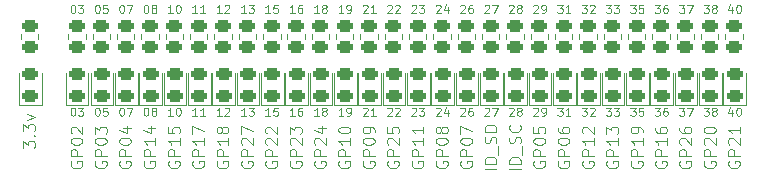
<source format=gto>
G04 #@! TF.GenerationSoftware,KiCad,Pcbnew,(6.0.0-0)*
G04 #@! TF.CreationDate,2022-04-16T20:11:23-05:00*
G04 #@! TF.ProjectId,rpi_led_board,7270695f-6c65-4645-9f62-6f6172642e6b,rev?*
G04 #@! TF.SameCoordinates,Original*
G04 #@! TF.FileFunction,Legend,Top*
G04 #@! TF.FilePolarity,Positive*
%FSLAX46Y46*%
G04 Gerber Fmt 4.6, Leading zero omitted, Abs format (unit mm)*
G04 Created by KiCad (PCBNEW (6.0.0-0)) date 2022-04-16 20:11:23*
%MOMM*%
%LPD*%
G01*
G04 APERTURE LIST*
G04 Aperture macros list*
%AMRoundRect*
0 Rectangle with rounded corners*
0 $1 Rounding radius*
0 $2 $3 $4 $5 $6 $7 $8 $9 X,Y pos of 4 corners*
0 Add a 4 corners polygon primitive as box body*
4,1,4,$2,$3,$4,$5,$6,$7,$8,$9,$2,$3,0*
0 Add four circle primitives for the rounded corners*
1,1,$1+$1,$2,$3*
1,1,$1+$1,$4,$5*
1,1,$1+$1,$6,$7*
1,1,$1+$1,$8,$9*
0 Add four rect primitives between the rounded corners*
20,1,$1+$1,$2,$3,$4,$5,0*
20,1,$1+$1,$4,$5,$6,$7,0*
20,1,$1+$1,$6,$7,$8,$9,0*
20,1,$1+$1,$8,$9,$2,$3,0*%
G04 Aperture macros list end*
%ADD10C,0.100000*%
%ADD11C,0.120000*%
%ADD12C,2.700000*%
%ADD13RoundRect,0.243750X0.456250X-0.243750X0.456250X0.243750X-0.456250X0.243750X-0.456250X-0.243750X0*%
%ADD14RoundRect,0.250000X-0.450000X0.262500X-0.450000X-0.262500X0.450000X-0.262500X0.450000X0.262500X0*%
%ADD15R,1.700000X1.700000*%
%ADD16O,1.700000X1.700000*%
G04 APERTURE END LIST*
D10*
X230103560Y-114660476D02*
X230055940Y-114755714D01*
X230055940Y-114898571D01*
X230103560Y-115041428D01*
X230198798Y-115136666D01*
X230294036Y-115184285D01*
X230484512Y-115231904D01*
X230627369Y-115231904D01*
X230817845Y-115184285D01*
X230913083Y-115136666D01*
X231008321Y-115041428D01*
X231055940Y-114898571D01*
X231055940Y-114803333D01*
X231008321Y-114660476D01*
X230960702Y-114612857D01*
X230627369Y-114612857D01*
X230627369Y-114803333D01*
X231055940Y-114184285D02*
X230055940Y-114184285D01*
X230055940Y-113803333D01*
X230103560Y-113708095D01*
X230151179Y-113660476D01*
X230246417Y-113612857D01*
X230389274Y-113612857D01*
X230484512Y-113660476D01*
X230532131Y-113708095D01*
X230579750Y-113803333D01*
X230579750Y-114184285D01*
X230055940Y-112993809D02*
X230055940Y-112898571D01*
X230103560Y-112803333D01*
X230151179Y-112755714D01*
X230246417Y-112708095D01*
X230436893Y-112660476D01*
X230674988Y-112660476D01*
X230865464Y-112708095D01*
X230960702Y-112755714D01*
X231008321Y-112803333D01*
X231055940Y-112898571D01*
X231055940Y-112993809D01*
X231008321Y-113089047D01*
X230960702Y-113136666D01*
X230865464Y-113184285D01*
X230674988Y-113231904D01*
X230436893Y-113231904D01*
X230246417Y-113184285D01*
X230151179Y-113136666D01*
X230103560Y-113089047D01*
X230055940Y-112993809D01*
X231055940Y-112184285D02*
X231055940Y-111993809D01*
X231008321Y-111898571D01*
X230960702Y-111850952D01*
X230817845Y-111755714D01*
X230627369Y-111708095D01*
X230246417Y-111708095D01*
X230151179Y-111755714D01*
X230103560Y-111803333D01*
X230055940Y-111898571D01*
X230055940Y-112089047D01*
X230103560Y-112184285D01*
X230151179Y-112231904D01*
X230246417Y-112279523D01*
X230484512Y-112279523D01*
X230579750Y-112231904D01*
X230627369Y-112184285D01*
X230674988Y-112089047D01*
X230674988Y-111898571D01*
X230627369Y-111803333D01*
X230579750Y-111755714D01*
X230484512Y-111708095D01*
X230065706Y-101463333D02*
X230099040Y-101430000D01*
X230165706Y-101396666D01*
X230332373Y-101396666D01*
X230399040Y-101430000D01*
X230432373Y-101463333D01*
X230465706Y-101530000D01*
X230465706Y-101596666D01*
X230432373Y-101696666D01*
X230032373Y-102096666D01*
X230465706Y-102096666D01*
X231132373Y-102096666D02*
X230732373Y-102096666D01*
X230932373Y-102096666D02*
X230932373Y-101396666D01*
X230865706Y-101496666D01*
X230799040Y-101563333D01*
X230732373Y-101596666D01*
X218091426Y-110806666D02*
X217691426Y-110806666D01*
X217891426Y-110806666D02*
X217891426Y-110106666D01*
X217824760Y-110206666D01*
X217758093Y-110273333D01*
X217691426Y-110306666D01*
X218358093Y-110173333D02*
X218391426Y-110140000D01*
X218458093Y-110106666D01*
X218624760Y-110106666D01*
X218691426Y-110140000D01*
X218724760Y-110173333D01*
X218758093Y-110240000D01*
X218758093Y-110306666D01*
X218724760Y-110406666D01*
X218324760Y-110806666D01*
X218758093Y-110806666D01*
X242439986Y-110173333D02*
X242473320Y-110140000D01*
X242539986Y-110106666D01*
X242706653Y-110106666D01*
X242773320Y-110140000D01*
X242806653Y-110173333D01*
X242839986Y-110240000D01*
X242839986Y-110306666D01*
X242806653Y-110406666D01*
X242406653Y-110806666D01*
X242839986Y-110806666D01*
X243239986Y-110406666D02*
X243173320Y-110373333D01*
X243139986Y-110340000D01*
X243106653Y-110273333D01*
X243106653Y-110240000D01*
X243139986Y-110173333D01*
X243173320Y-110140000D01*
X243239986Y-110106666D01*
X243373320Y-110106666D01*
X243439986Y-110140000D01*
X243473320Y-110173333D01*
X243506653Y-110240000D01*
X243506653Y-110273333D01*
X243473320Y-110340000D01*
X243439986Y-110373333D01*
X243373320Y-110406666D01*
X243239986Y-110406666D01*
X243173320Y-110440000D01*
X243139986Y-110473333D01*
X243106653Y-110540000D01*
X243106653Y-110673333D01*
X243139986Y-110740000D01*
X243173320Y-110773333D01*
X243239986Y-110806666D01*
X243373320Y-110806666D01*
X243439986Y-110773333D01*
X243473320Y-110740000D01*
X243506653Y-110673333D01*
X243506653Y-110540000D01*
X243473320Y-110473333D01*
X243439986Y-110440000D01*
X243373320Y-110406666D01*
X230065706Y-110173333D02*
X230099040Y-110140000D01*
X230165706Y-110106666D01*
X230332373Y-110106666D01*
X230399040Y-110140000D01*
X230432373Y-110173333D01*
X230465706Y-110240000D01*
X230465706Y-110306666D01*
X230432373Y-110406666D01*
X230032373Y-110806666D01*
X230465706Y-110806666D01*
X231132373Y-110806666D02*
X230732373Y-110806666D01*
X230932373Y-110806666D02*
X230932373Y-110106666D01*
X230865706Y-110206666D01*
X230799040Y-110273333D01*
X230732373Y-110306666D01*
X236252846Y-101463333D02*
X236286180Y-101430000D01*
X236352846Y-101396666D01*
X236519513Y-101396666D01*
X236586180Y-101430000D01*
X236619513Y-101463333D01*
X236652846Y-101530000D01*
X236652846Y-101596666D01*
X236619513Y-101696666D01*
X236219513Y-102096666D01*
X236652846Y-102096666D01*
X237252846Y-101630000D02*
X237252846Y-102096666D01*
X237086180Y-101363333D02*
X236919513Y-101863333D01*
X237352846Y-101863333D01*
X234190466Y-101463333D02*
X234223800Y-101430000D01*
X234290466Y-101396666D01*
X234457133Y-101396666D01*
X234523800Y-101430000D01*
X234557133Y-101463333D01*
X234590466Y-101530000D01*
X234590466Y-101596666D01*
X234557133Y-101696666D01*
X234157133Y-102096666D01*
X234590466Y-102096666D01*
X234823800Y-101396666D02*
X235257133Y-101396666D01*
X235023800Y-101663333D01*
X235123800Y-101663333D01*
X235190466Y-101696666D01*
X235223800Y-101730000D01*
X235257133Y-101796666D01*
X235257133Y-101963333D01*
X235223800Y-102030000D01*
X235190466Y-102063333D01*
X235123800Y-102096666D01*
X234923800Y-102096666D01*
X234857133Y-102063333D01*
X234823800Y-102030000D01*
X256914500Y-114660476D02*
X256866880Y-114755714D01*
X256866880Y-114898571D01*
X256914500Y-115041428D01*
X257009738Y-115136666D01*
X257104976Y-115184285D01*
X257295452Y-115231904D01*
X257438309Y-115231904D01*
X257628785Y-115184285D01*
X257724023Y-115136666D01*
X257819261Y-115041428D01*
X257866880Y-114898571D01*
X257866880Y-114803333D01*
X257819261Y-114660476D01*
X257771642Y-114612857D01*
X257438309Y-114612857D01*
X257438309Y-114803333D01*
X257866880Y-114184285D02*
X256866880Y-114184285D01*
X256866880Y-113803333D01*
X256914500Y-113708095D01*
X256962119Y-113660476D01*
X257057357Y-113612857D01*
X257200214Y-113612857D01*
X257295452Y-113660476D01*
X257343071Y-113708095D01*
X257390690Y-113803333D01*
X257390690Y-114184285D01*
X256962119Y-113231904D02*
X256914500Y-113184285D01*
X256866880Y-113089047D01*
X256866880Y-112850952D01*
X256914500Y-112755714D01*
X256962119Y-112708095D01*
X257057357Y-112660476D01*
X257152595Y-112660476D01*
X257295452Y-112708095D01*
X257866880Y-113279523D01*
X257866880Y-112660476D01*
X256866880Y-111803333D02*
X256866880Y-111993809D01*
X256914500Y-112089047D01*
X256962119Y-112136666D01*
X257104976Y-112231904D01*
X257295452Y-112279523D01*
X257676404Y-112279523D01*
X257771642Y-112231904D01*
X257819261Y-112184285D01*
X257866880Y-112089047D01*
X257866880Y-111898571D01*
X257819261Y-111803333D01*
X257771642Y-111755714D01*
X257676404Y-111708095D01*
X257438309Y-111708095D01*
X257343071Y-111755714D01*
X257295452Y-111803333D01*
X257247833Y-111898571D01*
X257247833Y-112089047D01*
X257295452Y-112184285D01*
X257343071Y-112231904D01*
X257438309Y-112279523D01*
X220153806Y-110806666D02*
X219753806Y-110806666D01*
X219953806Y-110806666D02*
X219953806Y-110106666D01*
X219887140Y-110206666D01*
X219820473Y-110273333D01*
X219753806Y-110306666D01*
X220387140Y-110106666D02*
X220820473Y-110106666D01*
X220587140Y-110373333D01*
X220687140Y-110373333D01*
X220753806Y-110406666D01*
X220787140Y-110440000D01*
X220820473Y-110506666D01*
X220820473Y-110673333D01*
X220787140Y-110740000D01*
X220753806Y-110773333D01*
X220687140Y-110806666D01*
X220487140Y-110806666D01*
X220420473Y-110773333D01*
X220387140Y-110740000D01*
X205355000Y-114660476D02*
X205307380Y-114755714D01*
X205307380Y-114898571D01*
X205355000Y-115041428D01*
X205450238Y-115136666D01*
X205545476Y-115184285D01*
X205735952Y-115231904D01*
X205878809Y-115231904D01*
X206069285Y-115184285D01*
X206164523Y-115136666D01*
X206259761Y-115041428D01*
X206307380Y-114898571D01*
X206307380Y-114803333D01*
X206259761Y-114660476D01*
X206212142Y-114612857D01*
X205878809Y-114612857D01*
X205878809Y-114803333D01*
X206307380Y-114184285D02*
X205307380Y-114184285D01*
X205307380Y-113803333D01*
X205355000Y-113708095D01*
X205402619Y-113660476D01*
X205497857Y-113612857D01*
X205640714Y-113612857D01*
X205735952Y-113660476D01*
X205783571Y-113708095D01*
X205831190Y-113803333D01*
X205831190Y-114184285D01*
X205307380Y-112993809D02*
X205307380Y-112898571D01*
X205355000Y-112803333D01*
X205402619Y-112755714D01*
X205497857Y-112708095D01*
X205688333Y-112660476D01*
X205926428Y-112660476D01*
X206116904Y-112708095D01*
X206212142Y-112755714D01*
X206259761Y-112803333D01*
X206307380Y-112898571D01*
X206307380Y-112993809D01*
X206259761Y-113089047D01*
X206212142Y-113136666D01*
X206116904Y-113184285D01*
X205926428Y-113231904D01*
X205688333Y-113231904D01*
X205497857Y-113184285D01*
X205402619Y-113136666D01*
X205355000Y-113089047D01*
X205307380Y-112993809D01*
X205402619Y-112279523D02*
X205355000Y-112231904D01*
X205307380Y-112136666D01*
X205307380Y-111898571D01*
X205355000Y-111803333D01*
X205402619Y-111755714D01*
X205497857Y-111708095D01*
X205593095Y-111708095D01*
X205735952Y-111755714D01*
X206307380Y-112327142D01*
X206307380Y-111708095D01*
X248593793Y-110106666D02*
X249027126Y-110106666D01*
X248793793Y-110373333D01*
X248893793Y-110373333D01*
X248960460Y-110406666D01*
X248993793Y-110440000D01*
X249027126Y-110506666D01*
X249027126Y-110673333D01*
X248993793Y-110740000D01*
X248960460Y-110773333D01*
X248893793Y-110806666D01*
X248693793Y-110806666D01*
X248627126Y-110773333D01*
X248593793Y-110740000D01*
X249293793Y-110173333D02*
X249327126Y-110140000D01*
X249393793Y-110106666D01*
X249560460Y-110106666D01*
X249627126Y-110140000D01*
X249660460Y-110173333D01*
X249693793Y-110240000D01*
X249693793Y-110306666D01*
X249660460Y-110406666D01*
X249260460Y-110806666D01*
X249693793Y-110806666D01*
X201292380Y-113538571D02*
X201292380Y-112919523D01*
X201673333Y-113252857D01*
X201673333Y-113110000D01*
X201720952Y-113014761D01*
X201768571Y-112967142D01*
X201863809Y-112919523D01*
X202101904Y-112919523D01*
X202197142Y-112967142D01*
X202244761Y-113014761D01*
X202292380Y-113110000D01*
X202292380Y-113395714D01*
X202244761Y-113490952D01*
X202197142Y-113538571D01*
X202197142Y-112490952D02*
X202244761Y-112443333D01*
X202292380Y-112490952D01*
X202244761Y-112538571D01*
X202197142Y-112490952D01*
X202292380Y-112490952D01*
X201292380Y-112110000D02*
X201292380Y-111490952D01*
X201673333Y-111824285D01*
X201673333Y-111681428D01*
X201720952Y-111586190D01*
X201768571Y-111538571D01*
X201863809Y-111490952D01*
X202101904Y-111490952D01*
X202197142Y-111538571D01*
X202244761Y-111586190D01*
X202292380Y-111681428D01*
X202292380Y-111967142D01*
X202244761Y-112062380D01*
X202197142Y-112110000D01*
X201625714Y-111157619D02*
X202292380Y-110919523D01*
X201625714Y-110681428D01*
X209479760Y-114660476D02*
X209432140Y-114755714D01*
X209432140Y-114898571D01*
X209479760Y-115041428D01*
X209574998Y-115136666D01*
X209670236Y-115184285D01*
X209860712Y-115231904D01*
X210003569Y-115231904D01*
X210194045Y-115184285D01*
X210289283Y-115136666D01*
X210384521Y-115041428D01*
X210432140Y-114898571D01*
X210432140Y-114803333D01*
X210384521Y-114660476D01*
X210336902Y-114612857D01*
X210003569Y-114612857D01*
X210003569Y-114803333D01*
X210432140Y-114184285D02*
X209432140Y-114184285D01*
X209432140Y-113803333D01*
X209479760Y-113708095D01*
X209527379Y-113660476D01*
X209622617Y-113612857D01*
X209765474Y-113612857D01*
X209860712Y-113660476D01*
X209908331Y-113708095D01*
X209955950Y-113803333D01*
X209955950Y-114184285D01*
X209432140Y-112993809D02*
X209432140Y-112898571D01*
X209479760Y-112803333D01*
X209527379Y-112755714D01*
X209622617Y-112708095D01*
X209813093Y-112660476D01*
X210051188Y-112660476D01*
X210241664Y-112708095D01*
X210336902Y-112755714D01*
X210384521Y-112803333D01*
X210432140Y-112898571D01*
X210432140Y-112993809D01*
X210384521Y-113089047D01*
X210336902Y-113136666D01*
X210241664Y-113184285D01*
X210051188Y-113231904D01*
X209813093Y-113231904D01*
X209622617Y-113184285D01*
X209527379Y-113136666D01*
X209479760Y-113089047D01*
X209432140Y-112993809D01*
X209765474Y-111803333D02*
X210432140Y-111803333D01*
X209384521Y-112041428D02*
X210098807Y-112279523D01*
X210098807Y-111660476D01*
X226340946Y-102096666D02*
X225940946Y-102096666D01*
X226140946Y-102096666D02*
X226140946Y-101396666D01*
X226074280Y-101496666D01*
X226007613Y-101563333D01*
X225940946Y-101596666D01*
X226740946Y-101696666D02*
X226674280Y-101663333D01*
X226640946Y-101630000D01*
X226607613Y-101563333D01*
X226607613Y-101530000D01*
X226640946Y-101463333D01*
X226674280Y-101430000D01*
X226740946Y-101396666D01*
X226874280Y-101396666D01*
X226940946Y-101430000D01*
X226974280Y-101463333D01*
X227007613Y-101530000D01*
X227007613Y-101563333D01*
X226974280Y-101630000D01*
X226940946Y-101663333D01*
X226874280Y-101696666D01*
X226740946Y-101696666D01*
X226674280Y-101730000D01*
X226640946Y-101763333D01*
X226607613Y-101830000D01*
X226607613Y-101963333D01*
X226640946Y-102030000D01*
X226674280Y-102063333D01*
X226740946Y-102096666D01*
X226874280Y-102096666D01*
X226940946Y-102063333D01*
X226974280Y-102030000D01*
X227007613Y-101963333D01*
X227007613Y-101830000D01*
X226974280Y-101763333D01*
X226940946Y-101730000D01*
X226874280Y-101696666D01*
X246531413Y-110106666D02*
X246964746Y-110106666D01*
X246731413Y-110373333D01*
X246831413Y-110373333D01*
X246898080Y-110406666D01*
X246931413Y-110440000D01*
X246964746Y-110506666D01*
X246964746Y-110673333D01*
X246931413Y-110740000D01*
X246898080Y-110773333D01*
X246831413Y-110806666D01*
X246631413Y-110806666D01*
X246564746Y-110773333D01*
X246531413Y-110740000D01*
X247631413Y-110806666D02*
X247231413Y-110806666D01*
X247431413Y-110806666D02*
X247431413Y-110106666D01*
X247364746Y-110206666D01*
X247298080Y-110273333D01*
X247231413Y-110306666D01*
X244502366Y-110173333D02*
X244535700Y-110140000D01*
X244602366Y-110106666D01*
X244769033Y-110106666D01*
X244835700Y-110140000D01*
X244869033Y-110173333D01*
X244902366Y-110240000D01*
X244902366Y-110306666D01*
X244869033Y-110406666D01*
X244469033Y-110806666D01*
X244902366Y-110806666D01*
X245235700Y-110806666D02*
X245369033Y-110806666D01*
X245435700Y-110773333D01*
X245469033Y-110740000D01*
X245535700Y-110640000D01*
X245569033Y-110506666D01*
X245569033Y-110240000D01*
X245535700Y-110173333D01*
X245502366Y-110140000D01*
X245435700Y-110106666D01*
X245302366Y-110106666D01*
X245235700Y-110140000D01*
X245202366Y-110173333D01*
X245169033Y-110240000D01*
X245169033Y-110406666D01*
X245202366Y-110473333D01*
X245235700Y-110506666D01*
X245302366Y-110540000D01*
X245435700Y-110540000D01*
X245502366Y-110506666D01*
X245535700Y-110473333D01*
X245569033Y-110406666D01*
X246531413Y-101396666D02*
X246964746Y-101396666D01*
X246731413Y-101663333D01*
X246831413Y-101663333D01*
X246898080Y-101696666D01*
X246931413Y-101730000D01*
X246964746Y-101796666D01*
X246964746Y-101963333D01*
X246931413Y-102030000D01*
X246898080Y-102063333D01*
X246831413Y-102096666D01*
X246631413Y-102096666D01*
X246564746Y-102063333D01*
X246531413Y-102030000D01*
X247631413Y-102096666D02*
X247231413Y-102096666D01*
X247431413Y-102096666D02*
X247431413Y-101396666D01*
X247364746Y-101496666D01*
X247298080Y-101563333D01*
X247231413Y-101596666D01*
X250656173Y-101396666D02*
X251089506Y-101396666D01*
X250856173Y-101663333D01*
X250956173Y-101663333D01*
X251022840Y-101696666D01*
X251056173Y-101730000D01*
X251089506Y-101796666D01*
X251089506Y-101963333D01*
X251056173Y-102030000D01*
X251022840Y-102063333D01*
X250956173Y-102096666D01*
X250756173Y-102096666D01*
X250689506Y-102063333D01*
X250656173Y-102030000D01*
X251322840Y-101396666D02*
X251756173Y-101396666D01*
X251522840Y-101663333D01*
X251622840Y-101663333D01*
X251689506Y-101696666D01*
X251722840Y-101730000D01*
X251756173Y-101796666D01*
X251756173Y-101963333D01*
X251722840Y-102030000D01*
X251689506Y-102063333D01*
X251622840Y-102096666D01*
X251422840Y-102096666D01*
X251356173Y-102063333D01*
X251322840Y-102030000D01*
X256843313Y-110106666D02*
X257276646Y-110106666D01*
X257043313Y-110373333D01*
X257143313Y-110373333D01*
X257209980Y-110406666D01*
X257243313Y-110440000D01*
X257276646Y-110506666D01*
X257276646Y-110673333D01*
X257243313Y-110740000D01*
X257209980Y-110773333D01*
X257143313Y-110806666D01*
X256943313Y-110806666D01*
X256876646Y-110773333D01*
X256843313Y-110740000D01*
X257509980Y-110106666D02*
X257976646Y-110106666D01*
X257676646Y-110806666D01*
X250727360Y-114660476D02*
X250679740Y-114755714D01*
X250679740Y-114898571D01*
X250727360Y-115041428D01*
X250822598Y-115136666D01*
X250917836Y-115184285D01*
X251108312Y-115231904D01*
X251251169Y-115231904D01*
X251441645Y-115184285D01*
X251536883Y-115136666D01*
X251632121Y-115041428D01*
X251679740Y-114898571D01*
X251679740Y-114803333D01*
X251632121Y-114660476D01*
X251584502Y-114612857D01*
X251251169Y-114612857D01*
X251251169Y-114803333D01*
X251679740Y-114184285D02*
X250679740Y-114184285D01*
X250679740Y-113803333D01*
X250727360Y-113708095D01*
X250774979Y-113660476D01*
X250870217Y-113612857D01*
X251013074Y-113612857D01*
X251108312Y-113660476D01*
X251155931Y-113708095D01*
X251203550Y-113803333D01*
X251203550Y-114184285D01*
X251679740Y-112660476D02*
X251679740Y-113231904D01*
X251679740Y-112946190D02*
X250679740Y-112946190D01*
X250822598Y-113041428D01*
X250917836Y-113136666D01*
X250965455Y-113231904D01*
X250679740Y-112327142D02*
X250679740Y-111708095D01*
X251060693Y-112041428D01*
X251060693Y-111898571D01*
X251108312Y-111803333D01*
X251155931Y-111755714D01*
X251251169Y-111708095D01*
X251489264Y-111708095D01*
X251584502Y-111755714D01*
X251632121Y-111803333D01*
X251679740Y-111898571D01*
X251679740Y-112184285D01*
X251632121Y-112279523D01*
X251584502Y-112327142D01*
X218091426Y-102096666D02*
X217691426Y-102096666D01*
X217891426Y-102096666D02*
X217891426Y-101396666D01*
X217824760Y-101496666D01*
X217758093Y-101563333D01*
X217691426Y-101596666D01*
X218358093Y-101463333D02*
X218391426Y-101430000D01*
X218458093Y-101396666D01*
X218624760Y-101396666D01*
X218691426Y-101430000D01*
X218724760Y-101463333D01*
X218758093Y-101530000D01*
X218758093Y-101596666D01*
X218724760Y-101696666D01*
X218324760Y-102096666D01*
X218758093Y-102096666D01*
X261334758Y-101630000D02*
X261334758Y-102096666D01*
X261168091Y-101363333D02*
X261001424Y-101863333D01*
X261434758Y-101863333D01*
X261834758Y-101396666D02*
X261901424Y-101396666D01*
X261968091Y-101430000D01*
X262001424Y-101463333D01*
X262034758Y-101530000D01*
X262068091Y-101663333D01*
X262068091Y-101830000D01*
X262034758Y-101963333D01*
X262001424Y-102030000D01*
X261968091Y-102063333D01*
X261901424Y-102096666D01*
X261834758Y-102096666D01*
X261768091Y-102063333D01*
X261734758Y-102030000D01*
X261701424Y-101963333D01*
X261668091Y-101830000D01*
X261668091Y-101663333D01*
X261701424Y-101530000D01*
X261734758Y-101463333D01*
X261768091Y-101430000D01*
X261834758Y-101396666D01*
X215666900Y-114660476D02*
X215619280Y-114755714D01*
X215619280Y-114898571D01*
X215666900Y-115041428D01*
X215762138Y-115136666D01*
X215857376Y-115184285D01*
X216047852Y-115231904D01*
X216190709Y-115231904D01*
X216381185Y-115184285D01*
X216476423Y-115136666D01*
X216571661Y-115041428D01*
X216619280Y-114898571D01*
X216619280Y-114803333D01*
X216571661Y-114660476D01*
X216524042Y-114612857D01*
X216190709Y-114612857D01*
X216190709Y-114803333D01*
X216619280Y-114184285D02*
X215619280Y-114184285D01*
X215619280Y-113803333D01*
X215666900Y-113708095D01*
X215714519Y-113660476D01*
X215809757Y-113612857D01*
X215952614Y-113612857D01*
X216047852Y-113660476D01*
X216095471Y-113708095D01*
X216143090Y-113803333D01*
X216143090Y-114184285D01*
X216619280Y-112660476D02*
X216619280Y-113231904D01*
X216619280Y-112946190D02*
X215619280Y-112946190D01*
X215762138Y-113041428D01*
X215857376Y-113136666D01*
X215904995Y-113231904D01*
X215619280Y-112327142D02*
X215619280Y-111660476D01*
X216619280Y-112089047D01*
X228403326Y-102096666D02*
X228003326Y-102096666D01*
X228203326Y-102096666D02*
X228203326Y-101396666D01*
X228136660Y-101496666D01*
X228069993Y-101563333D01*
X228003326Y-101596666D01*
X228736660Y-102096666D02*
X228869993Y-102096666D01*
X228936660Y-102063333D01*
X228969993Y-102030000D01*
X229036660Y-101930000D01*
X229069993Y-101796666D01*
X229069993Y-101530000D01*
X229036660Y-101463333D01*
X229003326Y-101430000D01*
X228936660Y-101396666D01*
X228803326Y-101396666D01*
X228736660Y-101430000D01*
X228703326Y-101463333D01*
X228669993Y-101530000D01*
X228669993Y-101696666D01*
X228703326Y-101763333D01*
X228736660Y-101796666D01*
X228803326Y-101830000D01*
X228936660Y-101830000D01*
X229003326Y-101796666D01*
X229036660Y-101763333D01*
X229069993Y-101696666D01*
X222216186Y-102096666D02*
X221816186Y-102096666D01*
X222016186Y-102096666D02*
X222016186Y-101396666D01*
X221949520Y-101496666D01*
X221882853Y-101563333D01*
X221816186Y-101596666D01*
X222849520Y-101396666D02*
X222516186Y-101396666D01*
X222482853Y-101730000D01*
X222516186Y-101696666D01*
X222582853Y-101663333D01*
X222749520Y-101663333D01*
X222816186Y-101696666D01*
X222849520Y-101730000D01*
X222882853Y-101796666D01*
X222882853Y-101963333D01*
X222849520Y-102030000D01*
X222816186Y-102063333D01*
X222749520Y-102096666D01*
X222582853Y-102096666D01*
X222516186Y-102063333D01*
X222482853Y-102030000D01*
X223916420Y-114660476D02*
X223868800Y-114755714D01*
X223868800Y-114898571D01*
X223916420Y-115041428D01*
X224011658Y-115136666D01*
X224106896Y-115184285D01*
X224297372Y-115231904D01*
X224440229Y-115231904D01*
X224630705Y-115184285D01*
X224725943Y-115136666D01*
X224821181Y-115041428D01*
X224868800Y-114898571D01*
X224868800Y-114803333D01*
X224821181Y-114660476D01*
X224773562Y-114612857D01*
X224440229Y-114612857D01*
X224440229Y-114803333D01*
X224868800Y-114184285D02*
X223868800Y-114184285D01*
X223868800Y-113803333D01*
X223916420Y-113708095D01*
X223964039Y-113660476D01*
X224059277Y-113612857D01*
X224202134Y-113612857D01*
X224297372Y-113660476D01*
X224344991Y-113708095D01*
X224392610Y-113803333D01*
X224392610Y-114184285D01*
X223964039Y-113231904D02*
X223916420Y-113184285D01*
X223868800Y-113089047D01*
X223868800Y-112850952D01*
X223916420Y-112755714D01*
X223964039Y-112708095D01*
X224059277Y-112660476D01*
X224154515Y-112660476D01*
X224297372Y-112708095D01*
X224868800Y-113279523D01*
X224868800Y-112660476D01*
X223868800Y-112327142D02*
X223868800Y-111708095D01*
X224249753Y-112041428D01*
X224249753Y-111898571D01*
X224297372Y-111803333D01*
X224344991Y-111755714D01*
X224440229Y-111708095D01*
X224678324Y-111708095D01*
X224773562Y-111755714D01*
X224821181Y-111803333D01*
X224868800Y-111898571D01*
X224868800Y-112184285D01*
X224821181Y-112279523D01*
X224773562Y-112327142D01*
X250656173Y-110106666D02*
X251089506Y-110106666D01*
X250856173Y-110373333D01*
X250956173Y-110373333D01*
X251022840Y-110406666D01*
X251056173Y-110440000D01*
X251089506Y-110506666D01*
X251089506Y-110673333D01*
X251056173Y-110740000D01*
X251022840Y-110773333D01*
X250956173Y-110806666D01*
X250756173Y-110806666D01*
X250689506Y-110773333D01*
X250656173Y-110740000D01*
X251322840Y-110106666D02*
X251756173Y-110106666D01*
X251522840Y-110373333D01*
X251622840Y-110373333D01*
X251689506Y-110406666D01*
X251722840Y-110440000D01*
X251756173Y-110506666D01*
X251756173Y-110673333D01*
X251722840Y-110740000D01*
X251689506Y-110773333D01*
X251622840Y-110806666D01*
X251422840Y-110806666D01*
X251356173Y-110773333D01*
X251322840Y-110740000D01*
X220153806Y-102096666D02*
X219753806Y-102096666D01*
X219953806Y-102096666D02*
X219953806Y-101396666D01*
X219887140Y-101496666D01*
X219820473Y-101563333D01*
X219753806Y-101596666D01*
X220387140Y-101396666D02*
X220820473Y-101396666D01*
X220587140Y-101663333D01*
X220687140Y-101663333D01*
X220753806Y-101696666D01*
X220787140Y-101730000D01*
X220820473Y-101796666D01*
X220820473Y-101963333D01*
X220787140Y-102030000D01*
X220753806Y-102063333D01*
X220687140Y-102096666D01*
X220487140Y-102096666D01*
X220420473Y-102063333D01*
X220387140Y-102030000D01*
X213604520Y-114660476D02*
X213556900Y-114755714D01*
X213556900Y-114898571D01*
X213604520Y-115041428D01*
X213699758Y-115136666D01*
X213794996Y-115184285D01*
X213985472Y-115231904D01*
X214128329Y-115231904D01*
X214318805Y-115184285D01*
X214414043Y-115136666D01*
X214509281Y-115041428D01*
X214556900Y-114898571D01*
X214556900Y-114803333D01*
X214509281Y-114660476D01*
X214461662Y-114612857D01*
X214128329Y-114612857D01*
X214128329Y-114803333D01*
X214556900Y-114184285D02*
X213556900Y-114184285D01*
X213556900Y-113803333D01*
X213604520Y-113708095D01*
X213652139Y-113660476D01*
X213747377Y-113612857D01*
X213890234Y-113612857D01*
X213985472Y-113660476D01*
X214033091Y-113708095D01*
X214080710Y-113803333D01*
X214080710Y-114184285D01*
X214556900Y-112660476D02*
X214556900Y-113231904D01*
X214556900Y-112946190D02*
X213556900Y-112946190D01*
X213699758Y-113041428D01*
X213794996Y-113136666D01*
X213842615Y-113231904D01*
X213556900Y-111755714D02*
X213556900Y-112231904D01*
X214033091Y-112279523D01*
X213985472Y-112231904D01*
X213937853Y-112136666D01*
X213937853Y-111898571D01*
X213985472Y-111803333D01*
X214033091Y-111755714D01*
X214128329Y-111708095D01*
X214366424Y-111708095D01*
X214461662Y-111755714D01*
X214509281Y-111803333D01*
X214556900Y-111898571D01*
X214556900Y-112136666D01*
X214509281Y-112231904D01*
X214461662Y-112279523D01*
X209608573Y-110106666D02*
X209675240Y-110106666D01*
X209741906Y-110140000D01*
X209775240Y-110173333D01*
X209808573Y-110240000D01*
X209841906Y-110373333D01*
X209841906Y-110540000D01*
X209808573Y-110673333D01*
X209775240Y-110740000D01*
X209741906Y-110773333D01*
X209675240Y-110806666D01*
X209608573Y-110806666D01*
X209541906Y-110773333D01*
X209508573Y-110740000D01*
X209475240Y-110673333D01*
X209441906Y-110540000D01*
X209441906Y-110373333D01*
X209475240Y-110240000D01*
X209508573Y-110173333D01*
X209541906Y-110140000D01*
X209608573Y-110106666D01*
X210075240Y-110106666D02*
X210541906Y-110106666D01*
X210241906Y-110806666D01*
X213966666Y-102096666D02*
X213566666Y-102096666D01*
X213766666Y-102096666D02*
X213766666Y-101396666D01*
X213700000Y-101496666D01*
X213633333Y-101563333D01*
X213566666Y-101596666D01*
X214400000Y-101396666D02*
X214466666Y-101396666D01*
X214533333Y-101430000D01*
X214566666Y-101463333D01*
X214600000Y-101530000D01*
X214633333Y-101663333D01*
X214633333Y-101830000D01*
X214600000Y-101963333D01*
X214566666Y-102030000D01*
X214533333Y-102063333D01*
X214466666Y-102096666D01*
X214400000Y-102096666D01*
X214333333Y-102063333D01*
X214300000Y-102030000D01*
X214266666Y-101963333D01*
X214233333Y-101830000D01*
X214233333Y-101663333D01*
X214266666Y-101530000D01*
X214300000Y-101463333D01*
X214333333Y-101430000D01*
X214400000Y-101396666D01*
X238353080Y-114660476D02*
X238305460Y-114755714D01*
X238305460Y-114898571D01*
X238353080Y-115041428D01*
X238448318Y-115136666D01*
X238543556Y-115184285D01*
X238734032Y-115231904D01*
X238876889Y-115231904D01*
X239067365Y-115184285D01*
X239162603Y-115136666D01*
X239257841Y-115041428D01*
X239305460Y-114898571D01*
X239305460Y-114803333D01*
X239257841Y-114660476D01*
X239210222Y-114612857D01*
X238876889Y-114612857D01*
X238876889Y-114803333D01*
X239305460Y-114184285D02*
X238305460Y-114184285D01*
X238305460Y-113803333D01*
X238353080Y-113708095D01*
X238400699Y-113660476D01*
X238495937Y-113612857D01*
X238638794Y-113612857D01*
X238734032Y-113660476D01*
X238781651Y-113708095D01*
X238829270Y-113803333D01*
X238829270Y-114184285D01*
X238305460Y-112993809D02*
X238305460Y-112898571D01*
X238353080Y-112803333D01*
X238400699Y-112755714D01*
X238495937Y-112708095D01*
X238686413Y-112660476D01*
X238924508Y-112660476D01*
X239114984Y-112708095D01*
X239210222Y-112755714D01*
X239257841Y-112803333D01*
X239305460Y-112898571D01*
X239305460Y-112993809D01*
X239257841Y-113089047D01*
X239210222Y-113136666D01*
X239114984Y-113184285D01*
X238924508Y-113231904D01*
X238686413Y-113231904D01*
X238495937Y-113184285D01*
X238400699Y-113136666D01*
X238353080Y-113089047D01*
X238305460Y-112993809D01*
X238305460Y-112327142D02*
X238305460Y-111660476D01*
X239305460Y-112089047D01*
X258905693Y-101396666D02*
X259339026Y-101396666D01*
X259105693Y-101663333D01*
X259205693Y-101663333D01*
X259272360Y-101696666D01*
X259305693Y-101730000D01*
X259339026Y-101796666D01*
X259339026Y-101963333D01*
X259305693Y-102030000D01*
X259272360Y-102063333D01*
X259205693Y-102096666D01*
X259005693Y-102096666D01*
X258939026Y-102063333D01*
X258905693Y-102030000D01*
X259739026Y-101696666D02*
X259672360Y-101663333D01*
X259639026Y-101630000D01*
X259605693Y-101563333D01*
X259605693Y-101530000D01*
X259639026Y-101463333D01*
X259672360Y-101430000D01*
X259739026Y-101396666D01*
X259872360Y-101396666D01*
X259939026Y-101430000D01*
X259972360Y-101463333D01*
X260005693Y-101530000D01*
X260005693Y-101563333D01*
X259972360Y-101630000D01*
X259939026Y-101663333D01*
X259872360Y-101696666D01*
X259739026Y-101696666D01*
X259672360Y-101730000D01*
X259639026Y-101763333D01*
X259605693Y-101830000D01*
X259605693Y-101963333D01*
X259639026Y-102030000D01*
X259672360Y-102063333D01*
X259739026Y-102096666D01*
X259872360Y-102096666D01*
X259939026Y-102063333D01*
X259972360Y-102030000D01*
X260005693Y-101963333D01*
X260005693Y-101830000D01*
X259972360Y-101763333D01*
X259939026Y-101730000D01*
X259872360Y-101696666D01*
X256843313Y-101396666D02*
X257276646Y-101396666D01*
X257043313Y-101663333D01*
X257143313Y-101663333D01*
X257209980Y-101696666D01*
X257243313Y-101730000D01*
X257276646Y-101796666D01*
X257276646Y-101963333D01*
X257243313Y-102030000D01*
X257209980Y-102063333D01*
X257143313Y-102096666D01*
X256943313Y-102096666D01*
X256876646Y-102063333D01*
X256843313Y-102030000D01*
X257509980Y-101396666D02*
X257976646Y-101396666D01*
X257676646Y-102096666D01*
X205483813Y-110106666D02*
X205550480Y-110106666D01*
X205617146Y-110140000D01*
X205650480Y-110173333D01*
X205683813Y-110240000D01*
X205717146Y-110373333D01*
X205717146Y-110540000D01*
X205683813Y-110673333D01*
X205650480Y-110740000D01*
X205617146Y-110773333D01*
X205550480Y-110806666D01*
X205483813Y-110806666D01*
X205417146Y-110773333D01*
X205383813Y-110740000D01*
X205350480Y-110673333D01*
X205317146Y-110540000D01*
X205317146Y-110373333D01*
X205350480Y-110240000D01*
X205383813Y-110173333D01*
X205417146Y-110140000D01*
X205483813Y-110106666D01*
X205950480Y-110106666D02*
X206383813Y-110106666D01*
X206150480Y-110373333D01*
X206250480Y-110373333D01*
X206317146Y-110406666D01*
X206350480Y-110440000D01*
X206383813Y-110506666D01*
X206383813Y-110673333D01*
X206350480Y-110740000D01*
X206317146Y-110773333D01*
X206250480Y-110806666D01*
X206050480Y-110806666D01*
X205983813Y-110773333D01*
X205950480Y-110740000D01*
X240377606Y-101463333D02*
X240410940Y-101430000D01*
X240477606Y-101396666D01*
X240644273Y-101396666D01*
X240710940Y-101430000D01*
X240744273Y-101463333D01*
X240777606Y-101530000D01*
X240777606Y-101596666D01*
X240744273Y-101696666D01*
X240344273Y-102096666D01*
X240777606Y-102096666D01*
X241010940Y-101396666D02*
X241477606Y-101396666D01*
X241177606Y-102096666D01*
X236290700Y-114660476D02*
X236243080Y-114755714D01*
X236243080Y-114898571D01*
X236290700Y-115041428D01*
X236385938Y-115136666D01*
X236481176Y-115184285D01*
X236671652Y-115231904D01*
X236814509Y-115231904D01*
X237004985Y-115184285D01*
X237100223Y-115136666D01*
X237195461Y-115041428D01*
X237243080Y-114898571D01*
X237243080Y-114803333D01*
X237195461Y-114660476D01*
X237147842Y-114612857D01*
X236814509Y-114612857D01*
X236814509Y-114803333D01*
X237243080Y-114184285D02*
X236243080Y-114184285D01*
X236243080Y-113803333D01*
X236290700Y-113708095D01*
X236338319Y-113660476D01*
X236433557Y-113612857D01*
X236576414Y-113612857D01*
X236671652Y-113660476D01*
X236719271Y-113708095D01*
X236766890Y-113803333D01*
X236766890Y-114184285D01*
X236243080Y-112993809D02*
X236243080Y-112898571D01*
X236290700Y-112803333D01*
X236338319Y-112755714D01*
X236433557Y-112708095D01*
X236624033Y-112660476D01*
X236862128Y-112660476D01*
X237052604Y-112708095D01*
X237147842Y-112755714D01*
X237195461Y-112803333D01*
X237243080Y-112898571D01*
X237243080Y-112993809D01*
X237195461Y-113089047D01*
X237147842Y-113136666D01*
X237052604Y-113184285D01*
X236862128Y-113231904D01*
X236624033Y-113231904D01*
X236433557Y-113184285D01*
X236338319Y-113136666D01*
X236290700Y-113089047D01*
X236243080Y-112993809D01*
X236671652Y-112089047D02*
X236624033Y-112184285D01*
X236576414Y-112231904D01*
X236481176Y-112279523D01*
X236433557Y-112279523D01*
X236338319Y-112231904D01*
X236290700Y-112184285D01*
X236243080Y-112089047D01*
X236243080Y-111898571D01*
X236290700Y-111803333D01*
X236338319Y-111755714D01*
X236433557Y-111708095D01*
X236481176Y-111708095D01*
X236576414Y-111755714D01*
X236624033Y-111803333D01*
X236671652Y-111898571D01*
X236671652Y-112089047D01*
X236719271Y-112184285D01*
X236766890Y-112231904D01*
X236862128Y-112279523D01*
X237052604Y-112279523D01*
X237147842Y-112231904D01*
X237195461Y-112184285D01*
X237243080Y-112089047D01*
X237243080Y-111898571D01*
X237195461Y-111803333D01*
X237147842Y-111755714D01*
X237052604Y-111708095D01*
X236862128Y-111708095D01*
X236766890Y-111755714D01*
X236719271Y-111803333D01*
X236671652Y-111898571D01*
X207417380Y-114660476D02*
X207369760Y-114755714D01*
X207369760Y-114898571D01*
X207417380Y-115041428D01*
X207512618Y-115136666D01*
X207607856Y-115184285D01*
X207798332Y-115231904D01*
X207941189Y-115231904D01*
X208131665Y-115184285D01*
X208226903Y-115136666D01*
X208322141Y-115041428D01*
X208369760Y-114898571D01*
X208369760Y-114803333D01*
X208322141Y-114660476D01*
X208274522Y-114612857D01*
X207941189Y-114612857D01*
X207941189Y-114803333D01*
X208369760Y-114184285D02*
X207369760Y-114184285D01*
X207369760Y-113803333D01*
X207417380Y-113708095D01*
X207464999Y-113660476D01*
X207560237Y-113612857D01*
X207703094Y-113612857D01*
X207798332Y-113660476D01*
X207845951Y-113708095D01*
X207893570Y-113803333D01*
X207893570Y-114184285D01*
X207369760Y-112993809D02*
X207369760Y-112898571D01*
X207417380Y-112803333D01*
X207464999Y-112755714D01*
X207560237Y-112708095D01*
X207750713Y-112660476D01*
X207988808Y-112660476D01*
X208179284Y-112708095D01*
X208274522Y-112755714D01*
X208322141Y-112803333D01*
X208369760Y-112898571D01*
X208369760Y-112993809D01*
X208322141Y-113089047D01*
X208274522Y-113136666D01*
X208179284Y-113184285D01*
X207988808Y-113231904D01*
X207750713Y-113231904D01*
X207560237Y-113184285D01*
X207464999Y-113136666D01*
X207417380Y-113089047D01*
X207369760Y-112993809D01*
X207369760Y-112327142D02*
X207369760Y-111708095D01*
X207750713Y-112041428D01*
X207750713Y-111898571D01*
X207798332Y-111803333D01*
X207845951Y-111755714D01*
X207941189Y-111708095D01*
X208179284Y-111708095D01*
X208274522Y-111755714D01*
X208322141Y-111803333D01*
X208369760Y-111898571D01*
X208369760Y-112184285D01*
X208322141Y-112279523D01*
X208274522Y-112327142D01*
X258976880Y-114660476D02*
X258929260Y-114755714D01*
X258929260Y-114898571D01*
X258976880Y-115041428D01*
X259072118Y-115136666D01*
X259167356Y-115184285D01*
X259357832Y-115231904D01*
X259500689Y-115231904D01*
X259691165Y-115184285D01*
X259786403Y-115136666D01*
X259881641Y-115041428D01*
X259929260Y-114898571D01*
X259929260Y-114803333D01*
X259881641Y-114660476D01*
X259834022Y-114612857D01*
X259500689Y-114612857D01*
X259500689Y-114803333D01*
X259929260Y-114184285D02*
X258929260Y-114184285D01*
X258929260Y-113803333D01*
X258976880Y-113708095D01*
X259024499Y-113660476D01*
X259119737Y-113612857D01*
X259262594Y-113612857D01*
X259357832Y-113660476D01*
X259405451Y-113708095D01*
X259453070Y-113803333D01*
X259453070Y-114184285D01*
X259024499Y-113231904D02*
X258976880Y-113184285D01*
X258929260Y-113089047D01*
X258929260Y-112850952D01*
X258976880Y-112755714D01*
X259024499Y-112708095D01*
X259119737Y-112660476D01*
X259214975Y-112660476D01*
X259357832Y-112708095D01*
X259929260Y-113279523D01*
X259929260Y-112660476D01*
X258929260Y-112041428D02*
X258929260Y-111946190D01*
X258976880Y-111850952D01*
X259024499Y-111803333D01*
X259119737Y-111755714D01*
X259310213Y-111708095D01*
X259548308Y-111708095D01*
X259738784Y-111755714D01*
X259834022Y-111803333D01*
X259881641Y-111850952D01*
X259929260Y-111946190D01*
X259929260Y-112041428D01*
X259881641Y-112136666D01*
X259834022Y-112184285D01*
X259738784Y-112231904D01*
X259548308Y-112279523D01*
X259310213Y-112279523D01*
X259119737Y-112231904D01*
X259024499Y-112184285D01*
X258976880Y-112136666D01*
X258929260Y-112041428D01*
X225978800Y-114660476D02*
X225931180Y-114755714D01*
X225931180Y-114898571D01*
X225978800Y-115041428D01*
X226074038Y-115136666D01*
X226169276Y-115184285D01*
X226359752Y-115231904D01*
X226502609Y-115231904D01*
X226693085Y-115184285D01*
X226788323Y-115136666D01*
X226883561Y-115041428D01*
X226931180Y-114898571D01*
X226931180Y-114803333D01*
X226883561Y-114660476D01*
X226835942Y-114612857D01*
X226502609Y-114612857D01*
X226502609Y-114803333D01*
X226931180Y-114184285D02*
X225931180Y-114184285D01*
X225931180Y-113803333D01*
X225978800Y-113708095D01*
X226026419Y-113660476D01*
X226121657Y-113612857D01*
X226264514Y-113612857D01*
X226359752Y-113660476D01*
X226407371Y-113708095D01*
X226454990Y-113803333D01*
X226454990Y-114184285D01*
X226026419Y-113231904D02*
X225978800Y-113184285D01*
X225931180Y-113089047D01*
X225931180Y-112850952D01*
X225978800Y-112755714D01*
X226026419Y-112708095D01*
X226121657Y-112660476D01*
X226216895Y-112660476D01*
X226359752Y-112708095D01*
X226931180Y-113279523D01*
X226931180Y-112660476D01*
X226264514Y-111803333D02*
X226931180Y-111803333D01*
X225883561Y-112041428D02*
X226597847Y-112279523D01*
X226597847Y-111660476D01*
X241367840Y-115327142D02*
X240367840Y-115327142D01*
X241367840Y-114850952D02*
X240367840Y-114850952D01*
X240367840Y-114612857D01*
X240415460Y-114470000D01*
X240510698Y-114374761D01*
X240605936Y-114327142D01*
X240796412Y-114279523D01*
X240939269Y-114279523D01*
X241129745Y-114327142D01*
X241224983Y-114374761D01*
X241320221Y-114470000D01*
X241367840Y-114612857D01*
X241367840Y-114850952D01*
X241463079Y-114089047D02*
X241463079Y-113327142D01*
X241320221Y-113136666D02*
X241367840Y-112993809D01*
X241367840Y-112755714D01*
X241320221Y-112660476D01*
X241272602Y-112612857D01*
X241177364Y-112565238D01*
X241082126Y-112565238D01*
X240986888Y-112612857D01*
X240939269Y-112660476D01*
X240891650Y-112755714D01*
X240844031Y-112946190D01*
X240796412Y-113041428D01*
X240748793Y-113089047D01*
X240653555Y-113136666D01*
X240558317Y-113136666D01*
X240463079Y-113089047D01*
X240415460Y-113041428D01*
X240367840Y-112946190D01*
X240367840Y-112708095D01*
X240415460Y-112565238D01*
X241367840Y-112136666D02*
X240367840Y-112136666D01*
X240367840Y-111898571D01*
X240415460Y-111755714D01*
X240510698Y-111660476D01*
X240605936Y-111612857D01*
X240796412Y-111565238D01*
X240939269Y-111565238D01*
X241129745Y-111612857D01*
X241224983Y-111660476D01*
X241320221Y-111755714D01*
X241367840Y-111898571D01*
X241367840Y-112136666D01*
X238315226Y-101463333D02*
X238348560Y-101430000D01*
X238415226Y-101396666D01*
X238581893Y-101396666D01*
X238648560Y-101430000D01*
X238681893Y-101463333D01*
X238715226Y-101530000D01*
X238715226Y-101596666D01*
X238681893Y-101696666D01*
X238281893Y-102096666D01*
X238715226Y-102096666D01*
X239315226Y-101396666D02*
X239181893Y-101396666D01*
X239115226Y-101430000D01*
X239081893Y-101463333D01*
X239015226Y-101563333D01*
X238981893Y-101696666D01*
X238981893Y-101963333D01*
X239015226Y-102030000D01*
X239048560Y-102063333D01*
X239115226Y-102096666D01*
X239248560Y-102096666D01*
X239315226Y-102063333D01*
X239348560Y-102030000D01*
X239381893Y-101963333D01*
X239381893Y-101796666D01*
X239348560Y-101730000D01*
X239315226Y-101696666D01*
X239248560Y-101663333D01*
X239115226Y-101663333D01*
X239048560Y-101696666D01*
X239015226Y-101730000D01*
X238981893Y-101796666D01*
X236252846Y-110173333D02*
X236286180Y-110140000D01*
X236352846Y-110106666D01*
X236519513Y-110106666D01*
X236586180Y-110140000D01*
X236619513Y-110173333D01*
X236652846Y-110240000D01*
X236652846Y-110306666D01*
X236619513Y-110406666D01*
X236219513Y-110806666D01*
X236652846Y-110806666D01*
X237252846Y-110340000D02*
X237252846Y-110806666D01*
X237086180Y-110073333D02*
X236919513Y-110573333D01*
X237352846Y-110573333D01*
X248593793Y-101396666D02*
X249027126Y-101396666D01*
X248793793Y-101663333D01*
X248893793Y-101663333D01*
X248960460Y-101696666D01*
X248993793Y-101730000D01*
X249027126Y-101796666D01*
X249027126Y-101963333D01*
X248993793Y-102030000D01*
X248960460Y-102063333D01*
X248893793Y-102096666D01*
X248693793Y-102096666D01*
X248627126Y-102063333D01*
X248593793Y-102030000D01*
X249293793Y-101463333D02*
X249327126Y-101430000D01*
X249393793Y-101396666D01*
X249560460Y-101396666D01*
X249627126Y-101430000D01*
X249660460Y-101463333D01*
X249693793Y-101530000D01*
X249693793Y-101596666D01*
X249660460Y-101696666D01*
X249260460Y-102096666D01*
X249693793Y-102096666D01*
X205483813Y-101396666D02*
X205550480Y-101396666D01*
X205617146Y-101430000D01*
X205650480Y-101463333D01*
X205683813Y-101530000D01*
X205717146Y-101663333D01*
X205717146Y-101830000D01*
X205683813Y-101963333D01*
X205650480Y-102030000D01*
X205617146Y-102063333D01*
X205550480Y-102096666D01*
X205483813Y-102096666D01*
X205417146Y-102063333D01*
X205383813Y-102030000D01*
X205350480Y-101963333D01*
X205317146Y-101830000D01*
X205317146Y-101663333D01*
X205350480Y-101530000D01*
X205383813Y-101463333D01*
X205417146Y-101430000D01*
X205483813Y-101396666D01*
X205950480Y-101396666D02*
X206383813Y-101396666D01*
X206150480Y-101663333D01*
X206250480Y-101663333D01*
X206317146Y-101696666D01*
X206350480Y-101730000D01*
X206383813Y-101796666D01*
X206383813Y-101963333D01*
X206350480Y-102030000D01*
X206317146Y-102063333D01*
X206250480Y-102096666D01*
X206050480Y-102096666D01*
X205983813Y-102063333D01*
X205950480Y-102030000D01*
X221854040Y-114660476D02*
X221806420Y-114755714D01*
X221806420Y-114898571D01*
X221854040Y-115041428D01*
X221949278Y-115136666D01*
X222044516Y-115184285D01*
X222234992Y-115231904D01*
X222377849Y-115231904D01*
X222568325Y-115184285D01*
X222663563Y-115136666D01*
X222758801Y-115041428D01*
X222806420Y-114898571D01*
X222806420Y-114803333D01*
X222758801Y-114660476D01*
X222711182Y-114612857D01*
X222377849Y-114612857D01*
X222377849Y-114803333D01*
X222806420Y-114184285D02*
X221806420Y-114184285D01*
X221806420Y-113803333D01*
X221854040Y-113708095D01*
X221901659Y-113660476D01*
X221996897Y-113612857D01*
X222139754Y-113612857D01*
X222234992Y-113660476D01*
X222282611Y-113708095D01*
X222330230Y-113803333D01*
X222330230Y-114184285D01*
X221901659Y-113231904D02*
X221854040Y-113184285D01*
X221806420Y-113089047D01*
X221806420Y-112850952D01*
X221854040Y-112755714D01*
X221901659Y-112708095D01*
X221996897Y-112660476D01*
X222092135Y-112660476D01*
X222234992Y-112708095D01*
X222806420Y-113279523D01*
X222806420Y-112660476D01*
X221901659Y-112279523D02*
X221854040Y-112231904D01*
X221806420Y-112136666D01*
X221806420Y-111898571D01*
X221854040Y-111803333D01*
X221901659Y-111755714D01*
X221996897Y-111708095D01*
X222092135Y-111708095D01*
X222234992Y-111755714D01*
X222806420Y-112327142D01*
X222806420Y-111708095D01*
X207546193Y-110106666D02*
X207612860Y-110106666D01*
X207679526Y-110140000D01*
X207712860Y-110173333D01*
X207746193Y-110240000D01*
X207779526Y-110373333D01*
X207779526Y-110540000D01*
X207746193Y-110673333D01*
X207712860Y-110740000D01*
X207679526Y-110773333D01*
X207612860Y-110806666D01*
X207546193Y-110806666D01*
X207479526Y-110773333D01*
X207446193Y-110740000D01*
X207412860Y-110673333D01*
X207379526Y-110540000D01*
X207379526Y-110373333D01*
X207412860Y-110240000D01*
X207446193Y-110173333D01*
X207479526Y-110140000D01*
X207546193Y-110106666D01*
X208412860Y-110106666D02*
X208079526Y-110106666D01*
X208046193Y-110440000D01*
X208079526Y-110406666D01*
X208146193Y-110373333D01*
X208312860Y-110373333D01*
X208379526Y-110406666D01*
X208412860Y-110440000D01*
X208446193Y-110506666D01*
X208446193Y-110673333D01*
X208412860Y-110740000D01*
X208379526Y-110773333D01*
X208312860Y-110806666D01*
X208146193Y-110806666D01*
X208079526Y-110773333D01*
X208046193Y-110740000D01*
X261039278Y-114660476D02*
X260991658Y-114755714D01*
X260991658Y-114898571D01*
X261039278Y-115041428D01*
X261134516Y-115136666D01*
X261229754Y-115184285D01*
X261420230Y-115231904D01*
X261563087Y-115231904D01*
X261753563Y-115184285D01*
X261848801Y-115136666D01*
X261944039Y-115041428D01*
X261991658Y-114898571D01*
X261991658Y-114803333D01*
X261944039Y-114660476D01*
X261896420Y-114612857D01*
X261563087Y-114612857D01*
X261563087Y-114803333D01*
X261991658Y-114184285D02*
X260991658Y-114184285D01*
X260991658Y-113803333D01*
X261039278Y-113708095D01*
X261086897Y-113660476D01*
X261182135Y-113612857D01*
X261324992Y-113612857D01*
X261420230Y-113660476D01*
X261467849Y-113708095D01*
X261515468Y-113803333D01*
X261515468Y-114184285D01*
X261086897Y-113231904D02*
X261039278Y-113184285D01*
X260991658Y-113089047D01*
X260991658Y-112850952D01*
X261039278Y-112755714D01*
X261086897Y-112708095D01*
X261182135Y-112660476D01*
X261277373Y-112660476D01*
X261420230Y-112708095D01*
X261991658Y-113279523D01*
X261991658Y-112660476D01*
X261991658Y-111708095D02*
X261991658Y-112279523D01*
X261991658Y-111993809D02*
X260991658Y-111993809D01*
X261134516Y-112089047D01*
X261229754Y-112184285D01*
X261277373Y-112279523D01*
X254852120Y-114660476D02*
X254804500Y-114755714D01*
X254804500Y-114898571D01*
X254852120Y-115041428D01*
X254947358Y-115136666D01*
X255042596Y-115184285D01*
X255233072Y-115231904D01*
X255375929Y-115231904D01*
X255566405Y-115184285D01*
X255661643Y-115136666D01*
X255756881Y-115041428D01*
X255804500Y-114898571D01*
X255804500Y-114803333D01*
X255756881Y-114660476D01*
X255709262Y-114612857D01*
X255375929Y-114612857D01*
X255375929Y-114803333D01*
X255804500Y-114184285D02*
X254804500Y-114184285D01*
X254804500Y-113803333D01*
X254852120Y-113708095D01*
X254899739Y-113660476D01*
X254994977Y-113612857D01*
X255137834Y-113612857D01*
X255233072Y-113660476D01*
X255280691Y-113708095D01*
X255328310Y-113803333D01*
X255328310Y-114184285D01*
X255804500Y-112660476D02*
X255804500Y-113231904D01*
X255804500Y-112946190D02*
X254804500Y-112946190D01*
X254947358Y-113041428D01*
X255042596Y-113136666D01*
X255090215Y-113231904D01*
X254804500Y-111803333D02*
X254804500Y-111993809D01*
X254852120Y-112089047D01*
X254899739Y-112136666D01*
X255042596Y-112231904D01*
X255233072Y-112279523D01*
X255614024Y-112279523D01*
X255709262Y-112231904D01*
X255756881Y-112184285D01*
X255804500Y-112089047D01*
X255804500Y-111898571D01*
X255756881Y-111803333D01*
X255709262Y-111755714D01*
X255614024Y-111708095D01*
X255375929Y-111708095D01*
X255280691Y-111755714D01*
X255233072Y-111803333D01*
X255185453Y-111898571D01*
X255185453Y-112089047D01*
X255233072Y-112184285D01*
X255280691Y-112231904D01*
X255375929Y-112279523D01*
X224278566Y-110806666D02*
X223878566Y-110806666D01*
X224078566Y-110806666D02*
X224078566Y-110106666D01*
X224011900Y-110206666D01*
X223945233Y-110273333D01*
X223878566Y-110306666D01*
X224878566Y-110106666D02*
X224745233Y-110106666D01*
X224678566Y-110140000D01*
X224645233Y-110173333D01*
X224578566Y-110273333D01*
X224545233Y-110406666D01*
X224545233Y-110673333D01*
X224578566Y-110740000D01*
X224611900Y-110773333D01*
X224678566Y-110806666D01*
X224811900Y-110806666D01*
X224878566Y-110773333D01*
X224911900Y-110740000D01*
X224945233Y-110673333D01*
X224945233Y-110506666D01*
X224911900Y-110440000D01*
X224878566Y-110406666D01*
X224811900Y-110373333D01*
X224678566Y-110373333D01*
X224611900Y-110406666D01*
X224578566Y-110440000D01*
X224545233Y-110506666D01*
X222216186Y-110806666D02*
X221816186Y-110806666D01*
X222016186Y-110806666D02*
X222016186Y-110106666D01*
X221949520Y-110206666D01*
X221882853Y-110273333D01*
X221816186Y-110306666D01*
X222849520Y-110106666D02*
X222516186Y-110106666D01*
X222482853Y-110440000D01*
X222516186Y-110406666D01*
X222582853Y-110373333D01*
X222749520Y-110373333D01*
X222816186Y-110406666D01*
X222849520Y-110440000D01*
X222882853Y-110506666D01*
X222882853Y-110673333D01*
X222849520Y-110740000D01*
X222816186Y-110773333D01*
X222749520Y-110806666D01*
X222582853Y-110806666D01*
X222516186Y-110773333D01*
X222482853Y-110740000D01*
X224278566Y-102096666D02*
X223878566Y-102096666D01*
X224078566Y-102096666D02*
X224078566Y-101396666D01*
X224011900Y-101496666D01*
X223945233Y-101563333D01*
X223878566Y-101596666D01*
X224878566Y-101396666D02*
X224745233Y-101396666D01*
X224678566Y-101430000D01*
X224645233Y-101463333D01*
X224578566Y-101563333D01*
X224545233Y-101696666D01*
X224545233Y-101963333D01*
X224578566Y-102030000D01*
X224611900Y-102063333D01*
X224678566Y-102096666D01*
X224811900Y-102096666D01*
X224878566Y-102063333D01*
X224911900Y-102030000D01*
X224945233Y-101963333D01*
X224945233Y-101796666D01*
X224911900Y-101730000D01*
X224878566Y-101696666D01*
X224811900Y-101663333D01*
X224678566Y-101663333D01*
X224611900Y-101696666D01*
X224578566Y-101730000D01*
X224545233Y-101796666D01*
X232128086Y-101463333D02*
X232161420Y-101430000D01*
X232228086Y-101396666D01*
X232394753Y-101396666D01*
X232461420Y-101430000D01*
X232494753Y-101463333D01*
X232528086Y-101530000D01*
X232528086Y-101596666D01*
X232494753Y-101696666D01*
X232094753Y-102096666D01*
X232528086Y-102096666D01*
X232794753Y-101463333D02*
X232828086Y-101430000D01*
X232894753Y-101396666D01*
X233061420Y-101396666D01*
X233128086Y-101430000D01*
X233161420Y-101463333D01*
X233194753Y-101530000D01*
X233194753Y-101596666D01*
X233161420Y-101696666D01*
X232761420Y-102096666D01*
X233194753Y-102096666D01*
X254780933Y-110106666D02*
X255214266Y-110106666D01*
X254980933Y-110373333D01*
X255080933Y-110373333D01*
X255147600Y-110406666D01*
X255180933Y-110440000D01*
X255214266Y-110506666D01*
X255214266Y-110673333D01*
X255180933Y-110740000D01*
X255147600Y-110773333D01*
X255080933Y-110806666D01*
X254880933Y-110806666D01*
X254814266Y-110773333D01*
X254780933Y-110740000D01*
X255814266Y-110106666D02*
X255680933Y-110106666D01*
X255614266Y-110140000D01*
X255580933Y-110173333D01*
X255514266Y-110273333D01*
X255480933Y-110406666D01*
X255480933Y-110673333D01*
X255514266Y-110740000D01*
X255547600Y-110773333D01*
X255614266Y-110806666D01*
X255747600Y-110806666D01*
X255814266Y-110773333D01*
X255847600Y-110740000D01*
X255880933Y-110673333D01*
X255880933Y-110506666D01*
X255847600Y-110440000D01*
X255814266Y-110406666D01*
X255747600Y-110373333D01*
X255614266Y-110373333D01*
X255547600Y-110406666D01*
X255514266Y-110440000D01*
X255480933Y-110506666D01*
X252718553Y-101396666D02*
X253151886Y-101396666D01*
X252918553Y-101663333D01*
X253018553Y-101663333D01*
X253085220Y-101696666D01*
X253118553Y-101730000D01*
X253151886Y-101796666D01*
X253151886Y-101963333D01*
X253118553Y-102030000D01*
X253085220Y-102063333D01*
X253018553Y-102096666D01*
X252818553Y-102096666D01*
X252751886Y-102063333D01*
X252718553Y-102030000D01*
X253785220Y-101396666D02*
X253451886Y-101396666D01*
X253418553Y-101730000D01*
X253451886Y-101696666D01*
X253518553Y-101663333D01*
X253685220Y-101663333D01*
X253751886Y-101696666D01*
X253785220Y-101730000D01*
X253818553Y-101796666D01*
X253818553Y-101963333D01*
X253785220Y-102030000D01*
X253751886Y-102063333D01*
X253685220Y-102096666D01*
X253518553Y-102096666D01*
X253451886Y-102063333D01*
X253418553Y-102030000D01*
X238315226Y-110173333D02*
X238348560Y-110140000D01*
X238415226Y-110106666D01*
X238581893Y-110106666D01*
X238648560Y-110140000D01*
X238681893Y-110173333D01*
X238715226Y-110240000D01*
X238715226Y-110306666D01*
X238681893Y-110406666D01*
X238281893Y-110806666D01*
X238715226Y-110806666D01*
X239315226Y-110106666D02*
X239181893Y-110106666D01*
X239115226Y-110140000D01*
X239081893Y-110173333D01*
X239015226Y-110273333D01*
X238981893Y-110406666D01*
X238981893Y-110673333D01*
X239015226Y-110740000D01*
X239048560Y-110773333D01*
X239115226Y-110806666D01*
X239248560Y-110806666D01*
X239315226Y-110773333D01*
X239348560Y-110740000D01*
X239381893Y-110673333D01*
X239381893Y-110506666D01*
X239348560Y-110440000D01*
X239315226Y-110406666D01*
X239248560Y-110373333D01*
X239115226Y-110373333D01*
X239048560Y-110406666D01*
X239015226Y-110440000D01*
X238981893Y-110506666D01*
X246602600Y-114660476D02*
X246554980Y-114755714D01*
X246554980Y-114898571D01*
X246602600Y-115041428D01*
X246697838Y-115136666D01*
X246793076Y-115184285D01*
X246983552Y-115231904D01*
X247126409Y-115231904D01*
X247316885Y-115184285D01*
X247412123Y-115136666D01*
X247507361Y-115041428D01*
X247554980Y-114898571D01*
X247554980Y-114803333D01*
X247507361Y-114660476D01*
X247459742Y-114612857D01*
X247126409Y-114612857D01*
X247126409Y-114803333D01*
X247554980Y-114184285D02*
X246554980Y-114184285D01*
X246554980Y-113803333D01*
X246602600Y-113708095D01*
X246650219Y-113660476D01*
X246745457Y-113612857D01*
X246888314Y-113612857D01*
X246983552Y-113660476D01*
X247031171Y-113708095D01*
X247078790Y-113803333D01*
X247078790Y-114184285D01*
X246554980Y-112993809D02*
X246554980Y-112898571D01*
X246602600Y-112803333D01*
X246650219Y-112755714D01*
X246745457Y-112708095D01*
X246935933Y-112660476D01*
X247174028Y-112660476D01*
X247364504Y-112708095D01*
X247459742Y-112755714D01*
X247507361Y-112803333D01*
X247554980Y-112898571D01*
X247554980Y-112993809D01*
X247507361Y-113089047D01*
X247459742Y-113136666D01*
X247364504Y-113184285D01*
X247174028Y-113231904D01*
X246935933Y-113231904D01*
X246745457Y-113184285D01*
X246650219Y-113136666D01*
X246602600Y-113089047D01*
X246554980Y-112993809D01*
X246554980Y-111803333D02*
X246554980Y-111993809D01*
X246602600Y-112089047D01*
X246650219Y-112136666D01*
X246793076Y-112231904D01*
X246983552Y-112279523D01*
X247364504Y-112279523D01*
X247459742Y-112231904D01*
X247507361Y-112184285D01*
X247554980Y-112089047D01*
X247554980Y-111898571D01*
X247507361Y-111803333D01*
X247459742Y-111755714D01*
X247364504Y-111708095D01*
X247126409Y-111708095D01*
X247031171Y-111755714D01*
X246983552Y-111803333D01*
X246935933Y-111898571D01*
X246935933Y-112089047D01*
X246983552Y-112184285D01*
X247031171Y-112231904D01*
X247126409Y-112279523D01*
X217729280Y-114660476D02*
X217681660Y-114755714D01*
X217681660Y-114898571D01*
X217729280Y-115041428D01*
X217824518Y-115136666D01*
X217919756Y-115184285D01*
X218110232Y-115231904D01*
X218253089Y-115231904D01*
X218443565Y-115184285D01*
X218538803Y-115136666D01*
X218634041Y-115041428D01*
X218681660Y-114898571D01*
X218681660Y-114803333D01*
X218634041Y-114660476D01*
X218586422Y-114612857D01*
X218253089Y-114612857D01*
X218253089Y-114803333D01*
X218681660Y-114184285D02*
X217681660Y-114184285D01*
X217681660Y-113803333D01*
X217729280Y-113708095D01*
X217776899Y-113660476D01*
X217872137Y-113612857D01*
X218014994Y-113612857D01*
X218110232Y-113660476D01*
X218157851Y-113708095D01*
X218205470Y-113803333D01*
X218205470Y-114184285D01*
X218681660Y-112660476D02*
X218681660Y-113231904D01*
X218681660Y-112946190D02*
X217681660Y-112946190D01*
X217824518Y-113041428D01*
X217919756Y-113136666D01*
X217967375Y-113231904D01*
X218110232Y-112089047D02*
X218062613Y-112184285D01*
X218014994Y-112231904D01*
X217919756Y-112279523D01*
X217872137Y-112279523D01*
X217776899Y-112231904D01*
X217729280Y-112184285D01*
X217681660Y-112089047D01*
X217681660Y-111898571D01*
X217729280Y-111803333D01*
X217776899Y-111755714D01*
X217872137Y-111708095D01*
X217919756Y-111708095D01*
X218014994Y-111755714D01*
X218062613Y-111803333D01*
X218110232Y-111898571D01*
X218110232Y-112089047D01*
X218157851Y-112184285D01*
X218205470Y-112231904D01*
X218300708Y-112279523D01*
X218491184Y-112279523D01*
X218586422Y-112231904D01*
X218634041Y-112184285D01*
X218681660Y-112089047D01*
X218681660Y-111898571D01*
X218634041Y-111803333D01*
X218586422Y-111755714D01*
X218491184Y-111708095D01*
X218300708Y-111708095D01*
X218205470Y-111755714D01*
X218157851Y-111803333D01*
X218110232Y-111898571D01*
X240377606Y-110173333D02*
X240410940Y-110140000D01*
X240477606Y-110106666D01*
X240644273Y-110106666D01*
X240710940Y-110140000D01*
X240744273Y-110173333D01*
X240777606Y-110240000D01*
X240777606Y-110306666D01*
X240744273Y-110406666D01*
X240344273Y-110806666D01*
X240777606Y-110806666D01*
X241010940Y-110106666D02*
X241477606Y-110106666D01*
X241177606Y-110806666D01*
X228041180Y-114660476D02*
X227993560Y-114755714D01*
X227993560Y-114898571D01*
X228041180Y-115041428D01*
X228136418Y-115136666D01*
X228231656Y-115184285D01*
X228422132Y-115231904D01*
X228564989Y-115231904D01*
X228755465Y-115184285D01*
X228850703Y-115136666D01*
X228945941Y-115041428D01*
X228993560Y-114898571D01*
X228993560Y-114803333D01*
X228945941Y-114660476D01*
X228898322Y-114612857D01*
X228564989Y-114612857D01*
X228564989Y-114803333D01*
X228993560Y-114184285D02*
X227993560Y-114184285D01*
X227993560Y-113803333D01*
X228041180Y-113708095D01*
X228088799Y-113660476D01*
X228184037Y-113612857D01*
X228326894Y-113612857D01*
X228422132Y-113660476D01*
X228469751Y-113708095D01*
X228517370Y-113803333D01*
X228517370Y-114184285D01*
X228993560Y-112660476D02*
X228993560Y-113231904D01*
X228993560Y-112946190D02*
X227993560Y-112946190D01*
X228136418Y-113041428D01*
X228231656Y-113136666D01*
X228279275Y-113231904D01*
X227993560Y-112041428D02*
X227993560Y-111946190D01*
X228041180Y-111850952D01*
X228088799Y-111803333D01*
X228184037Y-111755714D01*
X228374513Y-111708095D01*
X228612608Y-111708095D01*
X228803084Y-111755714D01*
X228898322Y-111803333D01*
X228945941Y-111850952D01*
X228993560Y-111946190D01*
X228993560Y-112041428D01*
X228945941Y-112136666D01*
X228898322Y-112184285D01*
X228803084Y-112231904D01*
X228612608Y-112279523D01*
X228374513Y-112279523D01*
X228184037Y-112231904D01*
X228088799Y-112184285D01*
X228041180Y-112136666D01*
X227993560Y-112041428D01*
X216029046Y-110806666D02*
X215629046Y-110806666D01*
X215829046Y-110806666D02*
X215829046Y-110106666D01*
X215762380Y-110206666D01*
X215695713Y-110273333D01*
X215629046Y-110306666D01*
X216695713Y-110806666D02*
X216295713Y-110806666D01*
X216495713Y-110806666D02*
X216495713Y-110106666D01*
X216429046Y-110206666D01*
X216362380Y-110273333D01*
X216295713Y-110306666D01*
X244540220Y-114660476D02*
X244492600Y-114755714D01*
X244492600Y-114898571D01*
X244540220Y-115041428D01*
X244635458Y-115136666D01*
X244730696Y-115184285D01*
X244921172Y-115231904D01*
X245064029Y-115231904D01*
X245254505Y-115184285D01*
X245349743Y-115136666D01*
X245444981Y-115041428D01*
X245492600Y-114898571D01*
X245492600Y-114803333D01*
X245444981Y-114660476D01*
X245397362Y-114612857D01*
X245064029Y-114612857D01*
X245064029Y-114803333D01*
X245492600Y-114184285D02*
X244492600Y-114184285D01*
X244492600Y-113803333D01*
X244540220Y-113708095D01*
X244587839Y-113660476D01*
X244683077Y-113612857D01*
X244825934Y-113612857D01*
X244921172Y-113660476D01*
X244968791Y-113708095D01*
X245016410Y-113803333D01*
X245016410Y-114184285D01*
X244492600Y-112993809D02*
X244492600Y-112898571D01*
X244540220Y-112803333D01*
X244587839Y-112755714D01*
X244683077Y-112708095D01*
X244873553Y-112660476D01*
X245111648Y-112660476D01*
X245302124Y-112708095D01*
X245397362Y-112755714D01*
X245444981Y-112803333D01*
X245492600Y-112898571D01*
X245492600Y-112993809D01*
X245444981Y-113089047D01*
X245397362Y-113136666D01*
X245302124Y-113184285D01*
X245111648Y-113231904D01*
X244873553Y-113231904D01*
X244683077Y-113184285D01*
X244587839Y-113136666D01*
X244540220Y-113089047D01*
X244492600Y-112993809D01*
X244492600Y-111755714D02*
X244492600Y-112231904D01*
X244968791Y-112279523D01*
X244921172Y-112231904D01*
X244873553Y-112136666D01*
X244873553Y-111898571D01*
X244921172Y-111803333D01*
X244968791Y-111755714D01*
X245064029Y-111708095D01*
X245302124Y-111708095D01*
X245397362Y-111755714D01*
X245444981Y-111803333D01*
X245492600Y-111898571D01*
X245492600Y-112136666D01*
X245444981Y-112231904D01*
X245397362Y-112279523D01*
X211542140Y-114660476D02*
X211494520Y-114755714D01*
X211494520Y-114898571D01*
X211542140Y-115041428D01*
X211637378Y-115136666D01*
X211732616Y-115184285D01*
X211923092Y-115231904D01*
X212065949Y-115231904D01*
X212256425Y-115184285D01*
X212351663Y-115136666D01*
X212446901Y-115041428D01*
X212494520Y-114898571D01*
X212494520Y-114803333D01*
X212446901Y-114660476D01*
X212399282Y-114612857D01*
X212065949Y-114612857D01*
X212065949Y-114803333D01*
X212494520Y-114184285D02*
X211494520Y-114184285D01*
X211494520Y-113803333D01*
X211542140Y-113708095D01*
X211589759Y-113660476D01*
X211684997Y-113612857D01*
X211827854Y-113612857D01*
X211923092Y-113660476D01*
X211970711Y-113708095D01*
X212018330Y-113803333D01*
X212018330Y-114184285D01*
X212494520Y-112660476D02*
X212494520Y-113231904D01*
X212494520Y-112946190D02*
X211494520Y-112946190D01*
X211637378Y-113041428D01*
X211732616Y-113136666D01*
X211780235Y-113231904D01*
X211827854Y-111803333D02*
X212494520Y-111803333D01*
X211446901Y-112041428D02*
X212161187Y-112279523D01*
X212161187Y-111660476D01*
X258905693Y-110106666D02*
X259339026Y-110106666D01*
X259105693Y-110373333D01*
X259205693Y-110373333D01*
X259272360Y-110406666D01*
X259305693Y-110440000D01*
X259339026Y-110506666D01*
X259339026Y-110673333D01*
X259305693Y-110740000D01*
X259272360Y-110773333D01*
X259205693Y-110806666D01*
X259005693Y-110806666D01*
X258939026Y-110773333D01*
X258905693Y-110740000D01*
X259739026Y-110406666D02*
X259672360Y-110373333D01*
X259639026Y-110340000D01*
X259605693Y-110273333D01*
X259605693Y-110240000D01*
X259639026Y-110173333D01*
X259672360Y-110140000D01*
X259739026Y-110106666D01*
X259872360Y-110106666D01*
X259939026Y-110140000D01*
X259972360Y-110173333D01*
X260005693Y-110240000D01*
X260005693Y-110273333D01*
X259972360Y-110340000D01*
X259939026Y-110373333D01*
X259872360Y-110406666D01*
X259739026Y-110406666D01*
X259672360Y-110440000D01*
X259639026Y-110473333D01*
X259605693Y-110540000D01*
X259605693Y-110673333D01*
X259639026Y-110740000D01*
X259672360Y-110773333D01*
X259739026Y-110806666D01*
X259872360Y-110806666D01*
X259939026Y-110773333D01*
X259972360Y-110740000D01*
X260005693Y-110673333D01*
X260005693Y-110540000D01*
X259972360Y-110473333D01*
X259939026Y-110440000D01*
X259872360Y-110406666D01*
X226340946Y-110806666D02*
X225940946Y-110806666D01*
X226140946Y-110806666D02*
X226140946Y-110106666D01*
X226074280Y-110206666D01*
X226007613Y-110273333D01*
X225940946Y-110306666D01*
X226740946Y-110406666D02*
X226674280Y-110373333D01*
X226640946Y-110340000D01*
X226607613Y-110273333D01*
X226607613Y-110240000D01*
X226640946Y-110173333D01*
X226674280Y-110140000D01*
X226740946Y-110106666D01*
X226874280Y-110106666D01*
X226940946Y-110140000D01*
X226974280Y-110173333D01*
X227007613Y-110240000D01*
X227007613Y-110273333D01*
X226974280Y-110340000D01*
X226940946Y-110373333D01*
X226874280Y-110406666D01*
X226740946Y-110406666D01*
X226674280Y-110440000D01*
X226640946Y-110473333D01*
X226607613Y-110540000D01*
X226607613Y-110673333D01*
X226640946Y-110740000D01*
X226674280Y-110773333D01*
X226740946Y-110806666D01*
X226874280Y-110806666D01*
X226940946Y-110773333D01*
X226974280Y-110740000D01*
X227007613Y-110673333D01*
X227007613Y-110540000D01*
X226974280Y-110473333D01*
X226940946Y-110440000D01*
X226874280Y-110406666D01*
X211670953Y-110106666D02*
X211737620Y-110106666D01*
X211804286Y-110140000D01*
X211837620Y-110173333D01*
X211870953Y-110240000D01*
X211904286Y-110373333D01*
X211904286Y-110540000D01*
X211870953Y-110673333D01*
X211837620Y-110740000D01*
X211804286Y-110773333D01*
X211737620Y-110806666D01*
X211670953Y-110806666D01*
X211604286Y-110773333D01*
X211570953Y-110740000D01*
X211537620Y-110673333D01*
X211504286Y-110540000D01*
X211504286Y-110373333D01*
X211537620Y-110240000D01*
X211570953Y-110173333D01*
X211604286Y-110140000D01*
X211670953Y-110106666D01*
X212304286Y-110406666D02*
X212237620Y-110373333D01*
X212204286Y-110340000D01*
X212170953Y-110273333D01*
X212170953Y-110240000D01*
X212204286Y-110173333D01*
X212237620Y-110140000D01*
X212304286Y-110106666D01*
X212437620Y-110106666D01*
X212504286Y-110140000D01*
X212537620Y-110173333D01*
X212570953Y-110240000D01*
X212570953Y-110273333D01*
X212537620Y-110340000D01*
X212504286Y-110373333D01*
X212437620Y-110406666D01*
X212304286Y-110406666D01*
X212237620Y-110440000D01*
X212204286Y-110473333D01*
X212170953Y-110540000D01*
X212170953Y-110673333D01*
X212204286Y-110740000D01*
X212237620Y-110773333D01*
X212304286Y-110806666D01*
X212437620Y-110806666D01*
X212504286Y-110773333D01*
X212537620Y-110740000D01*
X212570953Y-110673333D01*
X212570953Y-110540000D01*
X212537620Y-110473333D01*
X212504286Y-110440000D01*
X212437620Y-110406666D01*
X234190466Y-110173333D02*
X234223800Y-110140000D01*
X234290466Y-110106666D01*
X234457133Y-110106666D01*
X234523800Y-110140000D01*
X234557133Y-110173333D01*
X234590466Y-110240000D01*
X234590466Y-110306666D01*
X234557133Y-110406666D01*
X234157133Y-110806666D01*
X234590466Y-110806666D01*
X234823800Y-110106666D02*
X235257133Y-110106666D01*
X235023800Y-110373333D01*
X235123800Y-110373333D01*
X235190466Y-110406666D01*
X235223800Y-110440000D01*
X235257133Y-110506666D01*
X235257133Y-110673333D01*
X235223800Y-110740000D01*
X235190466Y-110773333D01*
X235123800Y-110806666D01*
X234923800Y-110806666D01*
X234857133Y-110773333D01*
X234823800Y-110740000D01*
X219791660Y-114660476D02*
X219744040Y-114755714D01*
X219744040Y-114898571D01*
X219791660Y-115041428D01*
X219886898Y-115136666D01*
X219982136Y-115184285D01*
X220172612Y-115231904D01*
X220315469Y-115231904D01*
X220505945Y-115184285D01*
X220601183Y-115136666D01*
X220696421Y-115041428D01*
X220744040Y-114898571D01*
X220744040Y-114803333D01*
X220696421Y-114660476D01*
X220648802Y-114612857D01*
X220315469Y-114612857D01*
X220315469Y-114803333D01*
X220744040Y-114184285D02*
X219744040Y-114184285D01*
X219744040Y-113803333D01*
X219791660Y-113708095D01*
X219839279Y-113660476D01*
X219934517Y-113612857D01*
X220077374Y-113612857D01*
X220172612Y-113660476D01*
X220220231Y-113708095D01*
X220267850Y-113803333D01*
X220267850Y-114184285D01*
X219839279Y-113231904D02*
X219791660Y-113184285D01*
X219744040Y-113089047D01*
X219744040Y-112850952D01*
X219791660Y-112755714D01*
X219839279Y-112708095D01*
X219934517Y-112660476D01*
X220029755Y-112660476D01*
X220172612Y-112708095D01*
X220744040Y-113279523D01*
X220744040Y-112660476D01*
X219744040Y-112327142D02*
X219744040Y-111660476D01*
X220744040Y-112089047D01*
X213966666Y-110806666D02*
X213566666Y-110806666D01*
X213766666Y-110806666D02*
X213766666Y-110106666D01*
X213700000Y-110206666D01*
X213633333Y-110273333D01*
X213566666Y-110306666D01*
X214400000Y-110106666D02*
X214466666Y-110106666D01*
X214533333Y-110140000D01*
X214566666Y-110173333D01*
X214600000Y-110240000D01*
X214633333Y-110373333D01*
X214633333Y-110540000D01*
X214600000Y-110673333D01*
X214566666Y-110740000D01*
X214533333Y-110773333D01*
X214466666Y-110806666D01*
X214400000Y-110806666D01*
X214333333Y-110773333D01*
X214300000Y-110740000D01*
X214266666Y-110673333D01*
X214233333Y-110540000D01*
X214233333Y-110373333D01*
X214266666Y-110240000D01*
X214300000Y-110173333D01*
X214333333Y-110140000D01*
X214400000Y-110106666D01*
X244502366Y-101463333D02*
X244535700Y-101430000D01*
X244602366Y-101396666D01*
X244769033Y-101396666D01*
X244835700Y-101430000D01*
X244869033Y-101463333D01*
X244902366Y-101530000D01*
X244902366Y-101596666D01*
X244869033Y-101696666D01*
X244469033Y-102096666D01*
X244902366Y-102096666D01*
X245235700Y-102096666D02*
X245369033Y-102096666D01*
X245435700Y-102063333D01*
X245469033Y-102030000D01*
X245535700Y-101930000D01*
X245569033Y-101796666D01*
X245569033Y-101530000D01*
X245535700Y-101463333D01*
X245502366Y-101430000D01*
X245435700Y-101396666D01*
X245302366Y-101396666D01*
X245235700Y-101430000D01*
X245202366Y-101463333D01*
X245169033Y-101530000D01*
X245169033Y-101696666D01*
X245202366Y-101763333D01*
X245235700Y-101796666D01*
X245302366Y-101830000D01*
X245435700Y-101830000D01*
X245502366Y-101796666D01*
X245535700Y-101763333D01*
X245569033Y-101696666D01*
X254780933Y-101396666D02*
X255214266Y-101396666D01*
X254980933Y-101663333D01*
X255080933Y-101663333D01*
X255147600Y-101696666D01*
X255180933Y-101730000D01*
X255214266Y-101796666D01*
X255214266Y-101963333D01*
X255180933Y-102030000D01*
X255147600Y-102063333D01*
X255080933Y-102096666D01*
X254880933Y-102096666D01*
X254814266Y-102063333D01*
X254780933Y-102030000D01*
X255814266Y-101396666D02*
X255680933Y-101396666D01*
X255614266Y-101430000D01*
X255580933Y-101463333D01*
X255514266Y-101563333D01*
X255480933Y-101696666D01*
X255480933Y-101963333D01*
X255514266Y-102030000D01*
X255547600Y-102063333D01*
X255614266Y-102096666D01*
X255747600Y-102096666D01*
X255814266Y-102063333D01*
X255847600Y-102030000D01*
X255880933Y-101963333D01*
X255880933Y-101796666D01*
X255847600Y-101730000D01*
X255814266Y-101696666D01*
X255747600Y-101663333D01*
X255614266Y-101663333D01*
X255547600Y-101696666D01*
X255514266Y-101730000D01*
X255480933Y-101796666D01*
X207546193Y-101396666D02*
X207612860Y-101396666D01*
X207679526Y-101430000D01*
X207712860Y-101463333D01*
X207746193Y-101530000D01*
X207779526Y-101663333D01*
X207779526Y-101830000D01*
X207746193Y-101963333D01*
X207712860Y-102030000D01*
X207679526Y-102063333D01*
X207612860Y-102096666D01*
X207546193Y-102096666D01*
X207479526Y-102063333D01*
X207446193Y-102030000D01*
X207412860Y-101963333D01*
X207379526Y-101830000D01*
X207379526Y-101663333D01*
X207412860Y-101530000D01*
X207446193Y-101463333D01*
X207479526Y-101430000D01*
X207546193Y-101396666D01*
X208412860Y-101396666D02*
X208079526Y-101396666D01*
X208046193Y-101730000D01*
X208079526Y-101696666D01*
X208146193Y-101663333D01*
X208312860Y-101663333D01*
X208379526Y-101696666D01*
X208412860Y-101730000D01*
X208446193Y-101796666D01*
X208446193Y-101963333D01*
X208412860Y-102030000D01*
X208379526Y-102063333D01*
X208312860Y-102096666D01*
X208146193Y-102096666D01*
X208079526Y-102063333D01*
X208046193Y-102030000D01*
X228403326Y-110806666D02*
X228003326Y-110806666D01*
X228203326Y-110806666D02*
X228203326Y-110106666D01*
X228136660Y-110206666D01*
X228069993Y-110273333D01*
X228003326Y-110306666D01*
X228736660Y-110806666D02*
X228869993Y-110806666D01*
X228936660Y-110773333D01*
X228969993Y-110740000D01*
X229036660Y-110640000D01*
X229069993Y-110506666D01*
X229069993Y-110240000D01*
X229036660Y-110173333D01*
X229003326Y-110140000D01*
X228936660Y-110106666D01*
X228803326Y-110106666D01*
X228736660Y-110140000D01*
X228703326Y-110173333D01*
X228669993Y-110240000D01*
X228669993Y-110406666D01*
X228703326Y-110473333D01*
X228736660Y-110506666D01*
X228803326Y-110540000D01*
X228936660Y-110540000D01*
X229003326Y-110506666D01*
X229036660Y-110473333D01*
X229069993Y-110406666D01*
X252718553Y-110106666D02*
X253151886Y-110106666D01*
X252918553Y-110373333D01*
X253018553Y-110373333D01*
X253085220Y-110406666D01*
X253118553Y-110440000D01*
X253151886Y-110506666D01*
X253151886Y-110673333D01*
X253118553Y-110740000D01*
X253085220Y-110773333D01*
X253018553Y-110806666D01*
X252818553Y-110806666D01*
X252751886Y-110773333D01*
X252718553Y-110740000D01*
X253785220Y-110106666D02*
X253451886Y-110106666D01*
X253418553Y-110440000D01*
X253451886Y-110406666D01*
X253518553Y-110373333D01*
X253685220Y-110373333D01*
X253751886Y-110406666D01*
X253785220Y-110440000D01*
X253818553Y-110506666D01*
X253818553Y-110673333D01*
X253785220Y-110740000D01*
X253751886Y-110773333D01*
X253685220Y-110806666D01*
X253518553Y-110806666D01*
X253451886Y-110773333D01*
X253418553Y-110740000D01*
X232165940Y-114660476D02*
X232118320Y-114755714D01*
X232118320Y-114898571D01*
X232165940Y-115041428D01*
X232261178Y-115136666D01*
X232356416Y-115184285D01*
X232546892Y-115231904D01*
X232689749Y-115231904D01*
X232880225Y-115184285D01*
X232975463Y-115136666D01*
X233070701Y-115041428D01*
X233118320Y-114898571D01*
X233118320Y-114803333D01*
X233070701Y-114660476D01*
X233023082Y-114612857D01*
X232689749Y-114612857D01*
X232689749Y-114803333D01*
X233118320Y-114184285D02*
X232118320Y-114184285D01*
X232118320Y-113803333D01*
X232165940Y-113708095D01*
X232213559Y-113660476D01*
X232308797Y-113612857D01*
X232451654Y-113612857D01*
X232546892Y-113660476D01*
X232594511Y-113708095D01*
X232642130Y-113803333D01*
X232642130Y-114184285D01*
X232213559Y-113231904D02*
X232165940Y-113184285D01*
X232118320Y-113089047D01*
X232118320Y-112850952D01*
X232165940Y-112755714D01*
X232213559Y-112708095D01*
X232308797Y-112660476D01*
X232404035Y-112660476D01*
X232546892Y-112708095D01*
X233118320Y-113279523D01*
X233118320Y-112660476D01*
X232118320Y-111755714D02*
X232118320Y-112231904D01*
X232594511Y-112279523D01*
X232546892Y-112231904D01*
X232499273Y-112136666D01*
X232499273Y-111898571D01*
X232546892Y-111803333D01*
X232594511Y-111755714D01*
X232689749Y-111708095D01*
X232927844Y-111708095D01*
X233023082Y-111755714D01*
X233070701Y-111803333D01*
X233118320Y-111898571D01*
X233118320Y-112136666D01*
X233070701Y-112231904D01*
X233023082Y-112279523D01*
X242439986Y-101463333D02*
X242473320Y-101430000D01*
X242539986Y-101396666D01*
X242706653Y-101396666D01*
X242773320Y-101430000D01*
X242806653Y-101463333D01*
X242839986Y-101530000D01*
X242839986Y-101596666D01*
X242806653Y-101696666D01*
X242406653Y-102096666D01*
X242839986Y-102096666D01*
X243239986Y-101696666D02*
X243173320Y-101663333D01*
X243139986Y-101630000D01*
X243106653Y-101563333D01*
X243106653Y-101530000D01*
X243139986Y-101463333D01*
X243173320Y-101430000D01*
X243239986Y-101396666D01*
X243373320Y-101396666D01*
X243439986Y-101430000D01*
X243473320Y-101463333D01*
X243506653Y-101530000D01*
X243506653Y-101563333D01*
X243473320Y-101630000D01*
X243439986Y-101663333D01*
X243373320Y-101696666D01*
X243239986Y-101696666D01*
X243173320Y-101730000D01*
X243139986Y-101763333D01*
X243106653Y-101830000D01*
X243106653Y-101963333D01*
X243139986Y-102030000D01*
X243173320Y-102063333D01*
X243239986Y-102096666D01*
X243373320Y-102096666D01*
X243439986Y-102063333D01*
X243473320Y-102030000D01*
X243506653Y-101963333D01*
X243506653Y-101830000D01*
X243473320Y-101763333D01*
X243439986Y-101730000D01*
X243373320Y-101696666D01*
X252789740Y-114660476D02*
X252742120Y-114755714D01*
X252742120Y-114898571D01*
X252789740Y-115041428D01*
X252884978Y-115136666D01*
X252980216Y-115184285D01*
X253170692Y-115231904D01*
X253313549Y-115231904D01*
X253504025Y-115184285D01*
X253599263Y-115136666D01*
X253694501Y-115041428D01*
X253742120Y-114898571D01*
X253742120Y-114803333D01*
X253694501Y-114660476D01*
X253646882Y-114612857D01*
X253313549Y-114612857D01*
X253313549Y-114803333D01*
X253742120Y-114184285D02*
X252742120Y-114184285D01*
X252742120Y-113803333D01*
X252789740Y-113708095D01*
X252837359Y-113660476D01*
X252932597Y-113612857D01*
X253075454Y-113612857D01*
X253170692Y-113660476D01*
X253218311Y-113708095D01*
X253265930Y-113803333D01*
X253265930Y-114184285D01*
X253742120Y-112660476D02*
X253742120Y-113231904D01*
X253742120Y-112946190D02*
X252742120Y-112946190D01*
X252884978Y-113041428D01*
X252980216Y-113136666D01*
X253027835Y-113231904D01*
X253742120Y-112184285D02*
X253742120Y-111993809D01*
X253694501Y-111898571D01*
X253646882Y-111850952D01*
X253504025Y-111755714D01*
X253313549Y-111708095D01*
X252932597Y-111708095D01*
X252837359Y-111755714D01*
X252789740Y-111803333D01*
X252742120Y-111898571D01*
X252742120Y-112089047D01*
X252789740Y-112184285D01*
X252837359Y-112231904D01*
X252932597Y-112279523D01*
X253170692Y-112279523D01*
X253265930Y-112231904D01*
X253313549Y-112184285D01*
X253361168Y-112089047D01*
X253361168Y-111898571D01*
X253313549Y-111803333D01*
X253265930Y-111755714D01*
X253170692Y-111708095D01*
X248664980Y-114660476D02*
X248617360Y-114755714D01*
X248617360Y-114898571D01*
X248664980Y-115041428D01*
X248760218Y-115136666D01*
X248855456Y-115184285D01*
X249045932Y-115231904D01*
X249188789Y-115231904D01*
X249379265Y-115184285D01*
X249474503Y-115136666D01*
X249569741Y-115041428D01*
X249617360Y-114898571D01*
X249617360Y-114803333D01*
X249569741Y-114660476D01*
X249522122Y-114612857D01*
X249188789Y-114612857D01*
X249188789Y-114803333D01*
X249617360Y-114184285D02*
X248617360Y-114184285D01*
X248617360Y-113803333D01*
X248664980Y-113708095D01*
X248712599Y-113660476D01*
X248807837Y-113612857D01*
X248950694Y-113612857D01*
X249045932Y-113660476D01*
X249093551Y-113708095D01*
X249141170Y-113803333D01*
X249141170Y-114184285D01*
X249617360Y-112660476D02*
X249617360Y-113231904D01*
X249617360Y-112946190D02*
X248617360Y-112946190D01*
X248760218Y-113041428D01*
X248855456Y-113136666D01*
X248903075Y-113231904D01*
X248712599Y-112279523D02*
X248664980Y-112231904D01*
X248617360Y-112136666D01*
X248617360Y-111898571D01*
X248664980Y-111803333D01*
X248712599Y-111755714D01*
X248807837Y-111708095D01*
X248903075Y-111708095D01*
X249045932Y-111755714D01*
X249617360Y-112327142D01*
X249617360Y-111708095D01*
X209608573Y-101396666D02*
X209675240Y-101396666D01*
X209741906Y-101430000D01*
X209775240Y-101463333D01*
X209808573Y-101530000D01*
X209841906Y-101663333D01*
X209841906Y-101830000D01*
X209808573Y-101963333D01*
X209775240Y-102030000D01*
X209741906Y-102063333D01*
X209675240Y-102096666D01*
X209608573Y-102096666D01*
X209541906Y-102063333D01*
X209508573Y-102030000D01*
X209475240Y-101963333D01*
X209441906Y-101830000D01*
X209441906Y-101663333D01*
X209475240Y-101530000D01*
X209508573Y-101463333D01*
X209541906Y-101430000D01*
X209608573Y-101396666D01*
X210075240Y-101396666D02*
X210541906Y-101396666D01*
X210241906Y-102096666D01*
X261334758Y-110340000D02*
X261334758Y-110806666D01*
X261168091Y-110073333D02*
X261001424Y-110573333D01*
X261434758Y-110573333D01*
X261834758Y-110106666D02*
X261901424Y-110106666D01*
X261968091Y-110140000D01*
X262001424Y-110173333D01*
X262034758Y-110240000D01*
X262068091Y-110373333D01*
X262068091Y-110540000D01*
X262034758Y-110673333D01*
X262001424Y-110740000D01*
X261968091Y-110773333D01*
X261901424Y-110806666D01*
X261834758Y-110806666D01*
X261768091Y-110773333D01*
X261734758Y-110740000D01*
X261701424Y-110673333D01*
X261668091Y-110540000D01*
X261668091Y-110373333D01*
X261701424Y-110240000D01*
X261734758Y-110173333D01*
X261768091Y-110140000D01*
X261834758Y-110106666D01*
X243430220Y-115327142D02*
X242430220Y-115327142D01*
X243430220Y-114850952D02*
X242430220Y-114850952D01*
X242430220Y-114612857D01*
X242477840Y-114470000D01*
X242573078Y-114374761D01*
X242668316Y-114327142D01*
X242858792Y-114279523D01*
X243001649Y-114279523D01*
X243192125Y-114327142D01*
X243287363Y-114374761D01*
X243382601Y-114470000D01*
X243430220Y-114612857D01*
X243430220Y-114850952D01*
X243525459Y-114089047D02*
X243525459Y-113327142D01*
X243382601Y-113136666D02*
X243430220Y-112993809D01*
X243430220Y-112755714D01*
X243382601Y-112660476D01*
X243334982Y-112612857D01*
X243239744Y-112565238D01*
X243144506Y-112565238D01*
X243049268Y-112612857D01*
X243001649Y-112660476D01*
X242954030Y-112755714D01*
X242906411Y-112946190D01*
X242858792Y-113041428D01*
X242811173Y-113089047D01*
X242715935Y-113136666D01*
X242620697Y-113136666D01*
X242525459Y-113089047D01*
X242477840Y-113041428D01*
X242430220Y-112946190D01*
X242430220Y-112708095D01*
X242477840Y-112565238D01*
X243334982Y-111565238D02*
X243382601Y-111612857D01*
X243430220Y-111755714D01*
X243430220Y-111850952D01*
X243382601Y-111993809D01*
X243287363Y-112089047D01*
X243192125Y-112136666D01*
X243001649Y-112184285D01*
X242858792Y-112184285D01*
X242668316Y-112136666D01*
X242573078Y-112089047D01*
X242477840Y-111993809D01*
X242430220Y-111850952D01*
X242430220Y-111755714D01*
X242477840Y-111612857D01*
X242525459Y-111565238D01*
X232128086Y-110173333D02*
X232161420Y-110140000D01*
X232228086Y-110106666D01*
X232394753Y-110106666D01*
X232461420Y-110140000D01*
X232494753Y-110173333D01*
X232528086Y-110240000D01*
X232528086Y-110306666D01*
X232494753Y-110406666D01*
X232094753Y-110806666D01*
X232528086Y-110806666D01*
X232794753Y-110173333D02*
X232828086Y-110140000D01*
X232894753Y-110106666D01*
X233061420Y-110106666D01*
X233128086Y-110140000D01*
X233161420Y-110173333D01*
X233194753Y-110240000D01*
X233194753Y-110306666D01*
X233161420Y-110406666D01*
X232761420Y-110806666D01*
X233194753Y-110806666D01*
X211670953Y-101396666D02*
X211737620Y-101396666D01*
X211804286Y-101430000D01*
X211837620Y-101463333D01*
X211870953Y-101530000D01*
X211904286Y-101663333D01*
X211904286Y-101830000D01*
X211870953Y-101963333D01*
X211837620Y-102030000D01*
X211804286Y-102063333D01*
X211737620Y-102096666D01*
X211670953Y-102096666D01*
X211604286Y-102063333D01*
X211570953Y-102030000D01*
X211537620Y-101963333D01*
X211504286Y-101830000D01*
X211504286Y-101663333D01*
X211537620Y-101530000D01*
X211570953Y-101463333D01*
X211604286Y-101430000D01*
X211670953Y-101396666D01*
X212304286Y-101696666D02*
X212237620Y-101663333D01*
X212204286Y-101630000D01*
X212170953Y-101563333D01*
X212170953Y-101530000D01*
X212204286Y-101463333D01*
X212237620Y-101430000D01*
X212304286Y-101396666D01*
X212437620Y-101396666D01*
X212504286Y-101430000D01*
X212537620Y-101463333D01*
X212570953Y-101530000D01*
X212570953Y-101563333D01*
X212537620Y-101630000D01*
X212504286Y-101663333D01*
X212437620Y-101696666D01*
X212304286Y-101696666D01*
X212237620Y-101730000D01*
X212204286Y-101763333D01*
X212170953Y-101830000D01*
X212170953Y-101963333D01*
X212204286Y-102030000D01*
X212237620Y-102063333D01*
X212304286Y-102096666D01*
X212437620Y-102096666D01*
X212504286Y-102063333D01*
X212537620Y-102030000D01*
X212570953Y-101963333D01*
X212570953Y-101830000D01*
X212537620Y-101763333D01*
X212504286Y-101730000D01*
X212437620Y-101696666D01*
X234228320Y-114660476D02*
X234180700Y-114755714D01*
X234180700Y-114898571D01*
X234228320Y-115041428D01*
X234323558Y-115136666D01*
X234418796Y-115184285D01*
X234609272Y-115231904D01*
X234752129Y-115231904D01*
X234942605Y-115184285D01*
X235037843Y-115136666D01*
X235133081Y-115041428D01*
X235180700Y-114898571D01*
X235180700Y-114803333D01*
X235133081Y-114660476D01*
X235085462Y-114612857D01*
X234752129Y-114612857D01*
X234752129Y-114803333D01*
X235180700Y-114184285D02*
X234180700Y-114184285D01*
X234180700Y-113803333D01*
X234228320Y-113708095D01*
X234275939Y-113660476D01*
X234371177Y-113612857D01*
X234514034Y-113612857D01*
X234609272Y-113660476D01*
X234656891Y-113708095D01*
X234704510Y-113803333D01*
X234704510Y-114184285D01*
X235180700Y-112660476D02*
X235180700Y-113231904D01*
X235180700Y-112946190D02*
X234180700Y-112946190D01*
X234323558Y-113041428D01*
X234418796Y-113136666D01*
X234466415Y-113231904D01*
X235180700Y-111708095D02*
X235180700Y-112279523D01*
X235180700Y-111993809D02*
X234180700Y-111993809D01*
X234323558Y-112089047D01*
X234418796Y-112184285D01*
X234466415Y-112279523D01*
X216029046Y-102096666D02*
X215629046Y-102096666D01*
X215829046Y-102096666D02*
X215829046Y-101396666D01*
X215762380Y-101496666D01*
X215695713Y-101563333D01*
X215629046Y-101596666D01*
X216695713Y-102096666D02*
X216295713Y-102096666D01*
X216495713Y-102096666D02*
X216495713Y-101396666D01*
X216429046Y-101496666D01*
X216362380Y-101563333D01*
X216295713Y-101596666D01*
D11*
X239972138Y-109885000D02*
X241892138Y-109885000D01*
X241892138Y-109885000D02*
X241892138Y-107200000D01*
X239972138Y-107200000D02*
X239972138Y-109885000D01*
X235850710Y-107200000D02*
X235850710Y-109885000D01*
X237770710Y-109885000D02*
X237770710Y-107200000D01*
X235850710Y-109885000D02*
X237770710Y-109885000D01*
X225406426Y-109885000D02*
X225406426Y-107200000D01*
X223486426Y-107200000D02*
X223486426Y-109885000D01*
X223486426Y-109885000D02*
X225406426Y-109885000D01*
X238091424Y-103872936D02*
X238091424Y-104327064D01*
X239561424Y-103872936D02*
X239561424Y-104327064D01*
X214832856Y-103872936D02*
X214832856Y-104327064D01*
X213362856Y-103872936D02*
X213362856Y-104327064D01*
X258377850Y-109885000D02*
X258377850Y-107200000D01*
X256457850Y-109885000D02*
X258377850Y-109885000D01*
X256457850Y-107200000D02*
X256457850Y-109885000D01*
X225547140Y-107200000D02*
X225547140Y-109885000D01*
X227467140Y-109885000D02*
X227467140Y-107200000D01*
X225547140Y-109885000D02*
X227467140Y-109885000D01*
X204895000Y-107200000D02*
X204895000Y-109885000D01*
X204895000Y-109885000D02*
X206815000Y-109885000D01*
X206815000Y-109885000D02*
X206815000Y-107200000D01*
X208650714Y-103872936D02*
X208650714Y-104327064D01*
X207180714Y-103872936D02*
X207180714Y-104327064D01*
X250134994Y-109885000D02*
X250134994Y-107200000D01*
X248214994Y-107200000D02*
X248214994Y-109885000D01*
X248214994Y-109885000D02*
X250134994Y-109885000D01*
X258107850Y-103872936D02*
X258107850Y-104327064D01*
X256637850Y-103872936D02*
X256637850Y-104327064D01*
X227787854Y-103872936D02*
X227787854Y-104327064D01*
X229257854Y-103872936D02*
X229257854Y-104327064D01*
X200940000Y-109885000D02*
X202860000Y-109885000D01*
X202860000Y-109885000D02*
X202860000Y-107200000D01*
X200940000Y-107200000D02*
X200940000Y-109885000D01*
X256047136Y-103872936D02*
X256047136Y-104327064D01*
X254577136Y-103872936D02*
X254577136Y-104327064D01*
X227197140Y-103872936D02*
X227197140Y-104327064D01*
X225727140Y-103872936D02*
X225727140Y-104327064D01*
X229668568Y-109885000D02*
X231588568Y-109885000D01*
X229668568Y-107200000D02*
X229668568Y-109885000D01*
X231588568Y-109885000D02*
X231588568Y-107200000D01*
X246154280Y-109885000D02*
X248074280Y-109885000D01*
X248074280Y-109885000D02*
X248074280Y-107200000D01*
X246154280Y-107200000D02*
X246154280Y-109885000D01*
X244273566Y-103872936D02*
X244273566Y-104327064D01*
X245743566Y-103872936D02*
X245743566Y-104327064D01*
X225136426Y-103872936D02*
X225136426Y-104327064D01*
X223666426Y-103872936D02*
X223666426Y-104327064D01*
X260759278Y-103872936D02*
X260759278Y-104327064D01*
X262229278Y-103872936D02*
X262229278Y-104327064D01*
X258698564Y-103872936D02*
X258698564Y-104327064D01*
X260168564Y-103872936D02*
X260168564Y-104327064D01*
X216893570Y-103872936D02*
X216893570Y-104327064D01*
X215423570Y-103872936D02*
X215423570Y-104327064D01*
X227607854Y-109885000D02*
X229527854Y-109885000D01*
X227607854Y-107200000D02*
X227607854Y-109885000D01*
X229527854Y-109885000D02*
X229527854Y-107200000D01*
X258518564Y-107200000D02*
X258518564Y-109885000D01*
X258518564Y-109885000D02*
X260438564Y-109885000D01*
X260438564Y-109885000D02*
X260438564Y-107200000D01*
X260579278Y-107200000D02*
X260579278Y-109885000D01*
X260579278Y-109885000D02*
X262499278Y-109885000D01*
X262499278Y-109885000D02*
X262499278Y-107200000D01*
X223345712Y-109885000D02*
X223345712Y-107200000D01*
X221425712Y-107200000D02*
X221425712Y-109885000D01*
X221425712Y-109885000D02*
X223345712Y-109885000D01*
X207000714Y-109885000D02*
X208920714Y-109885000D01*
X207000714Y-107200000D02*
X207000714Y-109885000D01*
X208920714Y-109885000D02*
X208920714Y-107200000D01*
X241622138Y-103872936D02*
X241622138Y-104327064D01*
X240152138Y-103872936D02*
X240152138Y-104327064D01*
X202590000Y-103872936D02*
X202590000Y-104327064D01*
X201120000Y-103872936D02*
X201120000Y-104327064D01*
X215102856Y-109885000D02*
X215102856Y-107200000D01*
X213182856Y-109885000D02*
X215102856Y-109885000D01*
X213182856Y-107200000D02*
X213182856Y-109885000D01*
X206590000Y-103872936D02*
X206590000Y-104327064D01*
X205120000Y-103872936D02*
X205120000Y-104327064D01*
X211122142Y-109885000D02*
X213042142Y-109885000D01*
X211122142Y-107200000D02*
X211122142Y-109885000D01*
X213042142Y-109885000D02*
X213042142Y-107200000D01*
X250275708Y-109885000D02*
X252195708Y-109885000D01*
X250275708Y-107200000D02*
X250275708Y-109885000D01*
X252195708Y-109885000D02*
X252195708Y-107200000D01*
X221014998Y-103872936D02*
X221014998Y-104327064D01*
X219544998Y-103872936D02*
X219544998Y-104327064D01*
X221284998Y-109885000D02*
X221284998Y-107200000D01*
X219364998Y-109885000D02*
X221284998Y-109885000D01*
X219364998Y-107200000D02*
X219364998Y-109885000D01*
X210981428Y-109885000D02*
X210981428Y-107200000D01*
X209061428Y-109885000D02*
X210981428Y-109885000D01*
X209061428Y-107200000D02*
X209061428Y-109885000D01*
X219224284Y-109885000D02*
X219224284Y-107200000D01*
X217304284Y-109885000D02*
X219224284Y-109885000D01*
X217304284Y-107200000D02*
X217304284Y-109885000D01*
X237500710Y-103872936D02*
X237500710Y-104327064D01*
X236030710Y-103872936D02*
X236030710Y-104327064D01*
X244093566Y-107200000D02*
X244093566Y-109885000D01*
X244093566Y-109885000D02*
X246013566Y-109885000D01*
X246013566Y-109885000D02*
X246013566Y-107200000D01*
X252336422Y-109885000D02*
X254256422Y-109885000D01*
X252336422Y-107200000D02*
X252336422Y-109885000D01*
X254256422Y-109885000D02*
X254256422Y-107200000D01*
X243682852Y-103872936D02*
X243682852Y-104327064D01*
X242212852Y-103872936D02*
X242212852Y-104327064D01*
X229848568Y-103872936D02*
X229848568Y-104327064D01*
X231318568Y-103872936D02*
X231318568Y-104327064D01*
X209241428Y-103872936D02*
X209241428Y-104327064D01*
X210711428Y-103872936D02*
X210711428Y-104327064D01*
X247804280Y-103872936D02*
X247804280Y-104327064D01*
X246334280Y-103872936D02*
X246334280Y-104327064D01*
X233649282Y-109885000D02*
X233649282Y-107200000D01*
X231729282Y-109885000D02*
X233649282Y-109885000D01*
X231729282Y-107200000D02*
X231729282Y-109885000D01*
X250455708Y-103872936D02*
X250455708Y-104327064D01*
X251925708Y-103872936D02*
X251925708Y-104327064D01*
X233969996Y-103872936D02*
X233969996Y-104327064D01*
X235439996Y-103872936D02*
X235439996Y-104327064D01*
X253986422Y-103872936D02*
X253986422Y-104327064D01*
X252516422Y-103872936D02*
X252516422Y-104327064D01*
X254397136Y-107200000D02*
X254397136Y-109885000D01*
X256317136Y-109885000D02*
X256317136Y-107200000D01*
X254397136Y-109885000D02*
X256317136Y-109885000D01*
X233789996Y-109885000D02*
X235709996Y-109885000D01*
X233789996Y-107200000D02*
X233789996Y-109885000D01*
X235709996Y-109885000D02*
X235709996Y-107200000D01*
X221620000Y-103872936D02*
X221620000Y-104327064D01*
X223090000Y-103872936D02*
X223090000Y-104327064D01*
X242032852Y-107200000D02*
X242032852Y-109885000D01*
X242032852Y-109885000D02*
X243952852Y-109885000D01*
X243952852Y-109885000D02*
X243952852Y-107200000D01*
X231909282Y-103872936D02*
X231909282Y-104327064D01*
X233379282Y-103872936D02*
X233379282Y-104327064D01*
X217484284Y-103872936D02*
X217484284Y-104327064D01*
X218954284Y-103872936D02*
X218954284Y-104327064D01*
X217163570Y-109885000D02*
X217163570Y-107200000D01*
X215243570Y-109885000D02*
X217163570Y-109885000D01*
X215243570Y-107200000D02*
X215243570Y-109885000D01*
X249864994Y-103872936D02*
X249864994Y-104327064D01*
X248394994Y-103872936D02*
X248394994Y-104327064D01*
X237911424Y-107200000D02*
X237911424Y-109885000D01*
X237911424Y-109885000D02*
X239831424Y-109885000D01*
X239831424Y-109885000D02*
X239831424Y-107200000D01*
X211302142Y-103872936D02*
X211302142Y-104327064D01*
X212772142Y-103872936D02*
X212772142Y-104327064D01*
%LPC*%
D12*
X203500000Y-97500000D03*
X261500000Y-97500000D03*
D13*
X240932138Y-109137500D03*
X240932138Y-107262500D03*
X236810710Y-109137500D03*
X236810710Y-107262500D03*
X224446426Y-109137500D03*
X224446426Y-107262500D03*
D14*
X238826424Y-103187500D03*
X238826424Y-105012500D03*
X214097856Y-103187500D03*
X214097856Y-105012500D03*
D13*
X257417850Y-109137500D03*
X257417850Y-107262500D03*
X226507140Y-109137500D03*
X226507140Y-107262500D03*
X205855000Y-109137500D03*
X205855000Y-107262500D03*
D14*
X207915714Y-103187500D03*
X207915714Y-105012500D03*
D13*
X249174994Y-109137500D03*
X249174994Y-107262500D03*
D14*
X257372850Y-103187500D03*
X257372850Y-105012500D03*
X228522854Y-103187500D03*
X228522854Y-105012500D03*
D13*
X201900000Y-109137500D03*
X201900000Y-107262500D03*
D14*
X255312136Y-103187500D03*
X255312136Y-105012500D03*
X226462140Y-103187500D03*
X226462140Y-105012500D03*
D13*
X230628568Y-109137500D03*
X230628568Y-107262500D03*
X247114280Y-109137500D03*
X247114280Y-107262500D03*
D14*
X245008566Y-103187500D03*
X245008566Y-105012500D03*
X224401426Y-103187500D03*
X224401426Y-105012500D03*
X261494278Y-103187500D03*
X261494278Y-105012500D03*
X259433564Y-103187500D03*
X259433564Y-105012500D03*
X216158570Y-103187500D03*
X216158570Y-105012500D03*
D13*
X228567854Y-109137500D03*
X228567854Y-107262500D03*
X259478564Y-109137500D03*
X259478564Y-107262500D03*
X261539278Y-109137500D03*
X261539278Y-107262500D03*
X222385712Y-109137500D03*
X222385712Y-107262500D03*
X207960714Y-109137500D03*
X207960714Y-107262500D03*
D14*
X240887138Y-103187500D03*
X240887138Y-105012500D03*
X201855000Y-103187500D03*
X201855000Y-105012500D03*
D13*
X214142856Y-109137500D03*
X214142856Y-107262500D03*
D14*
X205855000Y-103187500D03*
X205855000Y-105012500D03*
D13*
X212082142Y-109137500D03*
X212082142Y-107262500D03*
X251235708Y-109137500D03*
X251235708Y-107262500D03*
D14*
X220279998Y-103187500D03*
X220279998Y-105012500D03*
D13*
X220324998Y-109137500D03*
X220324998Y-107262500D03*
X210021428Y-109137500D03*
X210021428Y-107262500D03*
X218264284Y-109137500D03*
X218264284Y-107262500D03*
D14*
X236765710Y-103187500D03*
X236765710Y-105012500D03*
D13*
X245053566Y-109137500D03*
X245053566Y-107262500D03*
X253296422Y-109137500D03*
X253296422Y-107262500D03*
D14*
X242947852Y-103187500D03*
X242947852Y-105012500D03*
X230583568Y-103187500D03*
X230583568Y-105012500D03*
X209976428Y-103187500D03*
X209976428Y-105012500D03*
X247069280Y-103187500D03*
X247069280Y-105012500D03*
D13*
X232689282Y-109137500D03*
X232689282Y-107262500D03*
D14*
X251190708Y-103187500D03*
X251190708Y-105012500D03*
X234704996Y-103187500D03*
X234704996Y-105012500D03*
X253251422Y-103187500D03*
X253251422Y-105012500D03*
D13*
X255357136Y-109137500D03*
X255357136Y-107262500D03*
X234749996Y-109137500D03*
X234749996Y-107262500D03*
D14*
X222355000Y-103187500D03*
X222355000Y-105012500D03*
D13*
X242992852Y-109137500D03*
X242992852Y-107262500D03*
D14*
X232644282Y-103187500D03*
X232644282Y-105012500D03*
X218219284Y-103187500D03*
X218219284Y-105012500D03*
D13*
X216203570Y-109137500D03*
X216203570Y-107262500D03*
D14*
X249129994Y-103187500D03*
X249129994Y-105012500D03*
D13*
X238871424Y-109137500D03*
X238871424Y-107262500D03*
D14*
X212037142Y-103187500D03*
X212037142Y-105012500D03*
D15*
X208370000Y-98770000D03*
D16*
X208370000Y-96230000D03*
X210910000Y-98770000D03*
X210910000Y-96230000D03*
X213450000Y-98770000D03*
X213450000Y-96230000D03*
X215990000Y-98770000D03*
X215990000Y-96230000D03*
X218530000Y-98770000D03*
X218530000Y-96230000D03*
X221070000Y-98770000D03*
X221070000Y-96230000D03*
X223610000Y-98770000D03*
X223610000Y-96230000D03*
X226150000Y-98770000D03*
X226150000Y-96230000D03*
X228690000Y-98770000D03*
X228690000Y-96230000D03*
X231230000Y-98770000D03*
X231230000Y-96230000D03*
X233770000Y-98770000D03*
X233770000Y-96230000D03*
X236310000Y-98770000D03*
X236310000Y-96230000D03*
X238850000Y-98770000D03*
X238850000Y-96230000D03*
X241390000Y-98770000D03*
X241390000Y-96230000D03*
X243930000Y-98770000D03*
X243930000Y-96230000D03*
X246470000Y-98770000D03*
X246470000Y-96230000D03*
X249010000Y-98770000D03*
X249010000Y-96230000D03*
X251550000Y-98770000D03*
X251550000Y-96230000D03*
X254090000Y-98770000D03*
X254090000Y-96230000D03*
X256630000Y-98770000D03*
X256630000Y-96230000D03*
M02*

</source>
